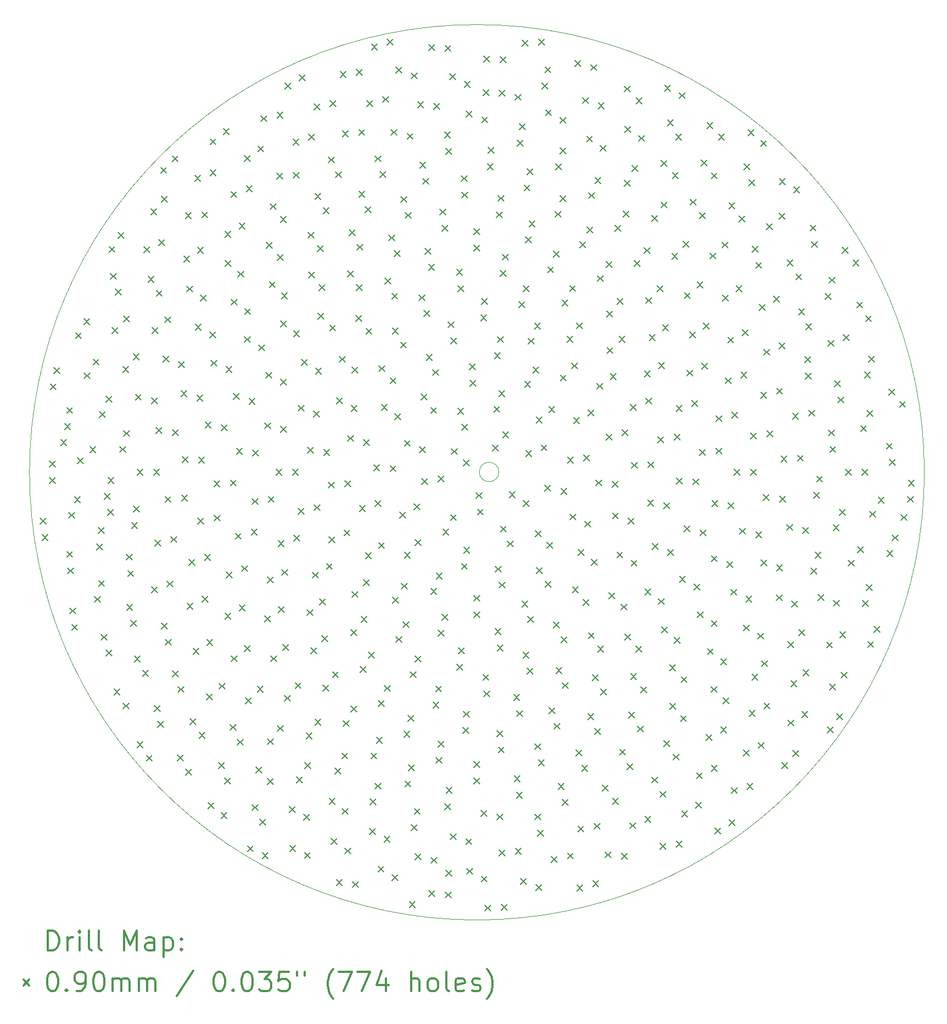
<source format=gbr>
%FSLAX45Y45*%
G04 Gerber Fmt 4.5, Leading zero omitted, Abs format (unit mm)*
G04 Created by KiCad (PCBNEW 5.1.9+dfsg1-1+deb11u1) date 2024-07-30 12:36:22*
%MOMM*%
%LPD*%
G01*
G04 APERTURE LIST*
%TA.AperFunction,Profile*%
%ADD10C,0.050000*%
%TD*%
%ADD11C,0.200000*%
%ADD12C,0.300000*%
G04 APERTURE END LIST*
D10*
X16900000Y-10000000D02*
G75*
G03*
X16900000Y-10000000I-6900000J0D01*
G01*
X10337000Y-9995132D02*
G75*
G03*
X10337000Y-9995132I-150000J0D01*
G01*
D11*
X3261894Y-10707996D02*
X3351894Y-10797996D01*
X3351894Y-10707996D02*
X3261894Y-10797996D01*
X3295047Y-10959823D02*
X3385047Y-11049823D01*
X3385047Y-10959823D02*
X3295047Y-11049823D01*
X3409085Y-9827934D02*
X3499085Y-9917934D01*
X3499085Y-9827934D02*
X3409085Y-9917934D01*
X3409085Y-10081934D02*
X3499085Y-10171934D01*
X3499085Y-10081934D02*
X3409085Y-10171934D01*
X3422411Y-8636772D02*
X3512411Y-8726772D01*
X3512411Y-8636772D02*
X3422411Y-8726772D01*
X3477387Y-8388793D02*
X3567387Y-8478793D01*
X3567387Y-8388793D02*
X3477387Y-8478793D01*
X3581000Y-9497000D02*
X3671000Y-9587000D01*
X3671000Y-9497000D02*
X3581000Y-9587000D01*
X3640651Y-9251735D02*
X3730651Y-9341735D01*
X3730651Y-9251735D02*
X3640651Y-9341735D01*
X3673804Y-8999908D02*
X3763804Y-9089908D01*
X3763804Y-8999908D02*
X3673804Y-9089908D01*
X3675146Y-11219039D02*
X3765146Y-11309039D01*
X3765146Y-11219039D02*
X3675146Y-11309039D01*
X3686225Y-11472797D02*
X3776225Y-11562797D01*
X3776225Y-11472797D02*
X3686225Y-11562797D01*
X3706125Y-10617190D02*
X3796125Y-10707190D01*
X3796125Y-10617190D02*
X3706125Y-10707190D01*
X3720381Y-12092457D02*
X3810381Y-12182457D01*
X3810381Y-12092457D02*
X3720381Y-12182457D01*
X3751336Y-12344563D02*
X3841336Y-12434563D01*
X3841336Y-12344563D02*
X3751336Y-12434563D01*
X3792998Y-10378508D02*
X3882998Y-10468508D01*
X3882998Y-10378508D02*
X3792998Y-10468508D01*
X3809104Y-7851106D02*
X3899104Y-7941106D01*
X3899104Y-7851106D02*
X3809104Y-7941106D01*
X3841937Y-9777935D02*
X3931937Y-9867935D01*
X3931937Y-9777935D02*
X3841937Y-9867935D01*
X3936104Y-7631136D02*
X4026104Y-7721136D01*
X4026104Y-7631136D02*
X3936104Y-7721136D01*
X3943246Y-8469144D02*
X4033246Y-8559144D01*
X4033246Y-8469144D02*
X3943246Y-8559144D01*
X4029205Y-9606335D02*
X4119205Y-9696335D01*
X4119205Y-9606335D02*
X4029205Y-9696335D01*
X4081584Y-8256121D02*
X4171584Y-8346121D01*
X4171584Y-8256121D02*
X4081584Y-8346121D01*
X4102009Y-11913314D02*
X4192009Y-12003314D01*
X4192009Y-11913314D02*
X4102009Y-12003314D01*
X4138124Y-11105188D02*
X4228124Y-11195188D01*
X4228124Y-11105188D02*
X4138124Y-11195188D01*
X4160262Y-10852155D02*
X4250262Y-10942155D01*
X4250262Y-10852155D02*
X4160262Y-10942155D01*
X4165606Y-11667404D02*
X4255606Y-11757404D01*
X4255606Y-11667404D02*
X4165606Y-11757404D01*
X4179670Y-9062261D02*
X4269670Y-9152261D01*
X4269670Y-9062261D02*
X4179670Y-9152261D01*
X4203478Y-12498148D02*
X4293478Y-12588148D01*
X4293478Y-12498148D02*
X4203478Y-12588148D01*
X4253499Y-10326679D02*
X4343499Y-10416679D01*
X4343499Y-10326679D02*
X4253499Y-10416679D01*
X4277741Y-12741050D02*
X4367741Y-12831050D01*
X4367741Y-12741050D02*
X4277741Y-12831050D01*
X4278916Y-8828453D02*
X4368916Y-8918453D01*
X4368916Y-8828453D02*
X4278916Y-8918453D01*
X4306000Y-10574000D02*
X4396000Y-10664000D01*
X4396000Y-10574000D02*
X4306000Y-10664000D01*
X4308475Y-10078700D02*
X4398475Y-10168700D01*
X4398475Y-10078700D02*
X4308475Y-10168700D01*
X4327824Y-6520596D02*
X4417824Y-6610596D01*
X4417824Y-6520596D02*
X4327824Y-6610596D01*
X4349314Y-6935557D02*
X4439314Y-7025557D01*
X4439314Y-6935557D02*
X4349314Y-7025557D01*
X4371397Y-7768679D02*
X4461397Y-7858679D01*
X4461397Y-7768679D02*
X4371397Y-7858679D01*
X4404433Y-13340443D02*
X4494433Y-13430443D01*
X4494433Y-13340443D02*
X4404433Y-13430443D01*
X4425693Y-7177802D02*
X4515693Y-7267802D01*
X4515693Y-7177802D02*
X4425693Y-7267802D01*
X4464298Y-6306375D02*
X4554298Y-6396375D01*
X4554298Y-6306375D02*
X4464298Y-6396375D01*
X4492263Y-9603279D02*
X4582263Y-9693279D01*
X4582263Y-9603279D02*
X4492263Y-9693279D01*
X4539945Y-8371915D02*
X4629945Y-8461915D01*
X4629945Y-8371915D02*
X4539945Y-8461915D01*
X4540907Y-13554664D02*
X4630907Y-13644664D01*
X4630907Y-13554664D02*
X4540907Y-13644664D01*
X4549401Y-9355789D02*
X4639401Y-9445789D01*
X4639401Y-9355789D02*
X4549401Y-9445789D01*
X4552563Y-7590648D02*
X4642563Y-7680648D01*
X4642563Y-7590648D02*
X4552563Y-7680648D01*
X4591223Y-11262696D02*
X4681223Y-11352696D01*
X4681223Y-11262696D02*
X4591223Y-11352696D01*
X4599203Y-12037269D02*
X4689203Y-12127269D01*
X4689203Y-12037269D02*
X4599203Y-12127269D01*
X4613361Y-11515729D02*
X4703361Y-11605729D01*
X4703361Y-11515729D02*
X4613361Y-11605729D01*
X4662800Y-12283179D02*
X4752800Y-12373179D01*
X4752800Y-12283179D02*
X4662800Y-12373179D01*
X4672649Y-10774130D02*
X4762649Y-10864130D01*
X4762649Y-10774130D02*
X4672649Y-10864130D01*
X4698064Y-8173133D02*
X4788064Y-8263133D01*
X4788064Y-8173133D02*
X4698064Y-8263133D01*
X4705803Y-10522303D02*
X4795803Y-10612303D01*
X4795803Y-10522303D02*
X4705803Y-10612303D01*
X4716475Y-12832759D02*
X4806475Y-12922759D01*
X4806475Y-12832759D02*
X4716475Y-12922759D01*
X4733974Y-8797491D02*
X4823974Y-8887491D01*
X4823974Y-8797491D02*
X4733974Y-8887491D01*
X4757428Y-14151033D02*
X4847428Y-14241033D01*
X4847428Y-14151033D02*
X4757428Y-14241033D01*
X4757556Y-9954969D02*
X4847556Y-10044969D01*
X4847556Y-9954969D02*
X4757556Y-10044969D01*
X4843475Y-13052729D02*
X4933475Y-13142729D01*
X4933475Y-13052729D02*
X4843475Y-13142729D01*
X4865066Y-6526525D02*
X4955066Y-6616525D01*
X4955066Y-6526525D02*
X4865066Y-6616525D01*
X4903116Y-14359098D02*
X4993116Y-14449098D01*
X4993116Y-14359098D02*
X4903116Y-14449098D01*
X4927837Y-6979191D02*
X5017837Y-7069191D01*
X5017837Y-6979191D02*
X4927837Y-7069191D01*
X4971643Y-5939173D02*
X5061643Y-6029173D01*
X5061643Y-5939173D02*
X4971643Y-6029173D01*
X4981953Y-8852469D02*
X5071953Y-8942469D01*
X5071953Y-8852469D02*
X4981953Y-8942469D01*
X4983557Y-11764422D02*
X5073557Y-11854422D01*
X5073557Y-11764422D02*
X4983557Y-11854422D01*
X4993628Y-7768434D02*
X5083628Y-7858434D01*
X5083628Y-7768434D02*
X4993628Y-7858434D01*
X5011556Y-9954970D02*
X5101556Y-10044970D01*
X5101556Y-9954970D02*
X5011556Y-10044970D01*
X5025784Y-13593371D02*
X5115784Y-13683371D01*
X5115784Y-13593371D02*
X5025784Y-13683371D01*
X5032028Y-11046367D02*
X5122028Y-11136367D01*
X5122028Y-11046367D02*
X5032028Y-11136367D01*
X5052643Y-9309565D02*
X5142643Y-9399565D01*
X5142643Y-9309565D02*
X5052643Y-9399565D01*
X5054837Y-7199162D02*
X5144837Y-7289162D01*
X5144837Y-7199162D02*
X5054837Y-7289162D01*
X5076424Y-13842272D02*
X5166424Y-13932272D01*
X5166424Y-13842272D02*
X5076424Y-13932272D01*
X5093359Y-6415179D02*
X5183359Y-6505179D01*
X5183359Y-6415179D02*
X5093359Y-6505179D01*
X5122282Y-5301787D02*
X5212282Y-5391787D01*
X5212282Y-5301787D02*
X5122282Y-5391787D01*
X5134911Y-5744598D02*
X5224911Y-5834598D01*
X5224911Y-5744598D02*
X5134911Y-5834598D01*
X5137544Y-12324468D02*
X5227544Y-12414468D01*
X5227544Y-12324468D02*
X5137544Y-12414468D01*
X5160078Y-8209759D02*
X5250078Y-8299759D01*
X5250078Y-8209759D02*
X5160078Y-8299759D01*
X5188203Y-7605166D02*
X5278203Y-7695166D01*
X5278203Y-7605166D02*
X5188203Y-7695166D01*
X5191888Y-10371694D02*
X5281888Y-10461694D01*
X5281888Y-10371694D02*
X5191888Y-10461694D01*
X5192520Y-12572447D02*
X5282520Y-12662447D01*
X5282520Y-12572447D02*
X5192520Y-12662447D01*
X5222239Y-11677550D02*
X5312239Y-11767550D01*
X5312239Y-11677550D02*
X5222239Y-11767550D01*
X5280007Y-10991393D02*
X5370007Y-11081393D01*
X5370007Y-10991393D02*
X5280007Y-11081393D01*
X5301887Y-5122182D02*
X5391887Y-5212182D01*
X5391887Y-5122182D02*
X5301887Y-5212182D01*
X5302351Y-13063013D02*
X5392351Y-13153013D01*
X5392351Y-13063013D02*
X5302351Y-13153013D01*
X5304470Y-9342720D02*
X5394470Y-9432720D01*
X5394470Y-9342720D02*
X5304470Y-9432720D01*
X5379997Y-14356432D02*
X5469997Y-14446432D01*
X5469997Y-14356432D02*
X5379997Y-14446432D01*
X5389225Y-13301695D02*
X5479225Y-13391695D01*
X5479225Y-13301695D02*
X5389225Y-13391695D01*
X5398759Y-8296634D02*
X5488759Y-8386634D01*
X5488759Y-8296634D02*
X5398759Y-8386634D01*
X5436538Y-8744258D02*
X5526538Y-8834258D01*
X5526538Y-8744258D02*
X5436538Y-8834258D01*
X5444921Y-10349558D02*
X5534921Y-10439558D01*
X5534921Y-10349558D02*
X5444921Y-10439558D01*
X5454729Y-9758494D02*
X5544729Y-9848494D01*
X5544729Y-9758494D02*
X5454729Y-9848494D01*
X5477165Y-6669412D02*
X5567165Y-6759412D01*
X5567165Y-6669412D02*
X5477165Y-6759412D01*
X5504021Y-5998168D02*
X5594021Y-6088168D01*
X5594021Y-5998168D02*
X5504021Y-6088168D01*
X5506997Y-14576402D02*
X5596996Y-14666402D01*
X5596996Y-14576402D02*
X5506997Y-14666402D01*
X5522326Y-7131037D02*
X5612326Y-7221037D01*
X5612326Y-7131037D02*
X5522326Y-7221037D01*
X5529944Y-12018409D02*
X5619944Y-12108409D01*
X5619944Y-12018409D02*
X5529944Y-12108409D01*
X5556451Y-11341834D02*
X5646451Y-11431834D01*
X5646451Y-11341834D02*
X5556451Y-11431834D01*
X5577588Y-13796457D02*
X5667588Y-13886457D01*
X5667588Y-13796457D02*
X5577588Y-13886457D01*
X5621289Y-12715842D02*
X5711289Y-12805842D01*
X5711289Y-12715842D02*
X5621289Y-12805842D01*
X5646390Y-5425935D02*
X5736390Y-5515935D01*
X5736390Y-5425935D02*
X5646390Y-5515935D01*
X5657618Y-7717896D02*
X5747618Y-7807896D01*
X5747618Y-7717896D02*
X5657618Y-7807896D01*
X5681882Y-8809999D02*
X5771882Y-8899999D01*
X5771882Y-8809999D02*
X5681882Y-8899999D01*
X5691386Y-6532938D02*
X5781386Y-6622938D01*
X5781386Y-6532938D02*
X5691386Y-6622938D01*
X5696584Y-10705856D02*
X5786584Y-10795856D01*
X5786584Y-10705856D02*
X5696584Y-10795856D01*
X5708487Y-9769574D02*
X5798487Y-9859574D01*
X5798487Y-9769574D02*
X5708487Y-9859574D01*
X5714062Y-14010678D02*
X5804062Y-14100678D01*
X5804062Y-14010678D02*
X5714062Y-14100678D01*
X5736547Y-7267512D02*
X5826547Y-7357512D01*
X5826547Y-7267512D02*
X5736547Y-7357512D01*
X5757779Y-5987089D02*
X5847779Y-6077089D01*
X5847779Y-5987089D02*
X5757779Y-6077089D01*
X5760147Y-11911065D02*
X5850147Y-12001065D01*
X5850147Y-11911065D02*
X5760147Y-12001065D01*
X5798695Y-11265456D02*
X5888695Y-11355456D01*
X5888695Y-11265456D02*
X5798695Y-11355456D01*
X5809853Y-9224082D02*
X5899853Y-9314082D01*
X5899853Y-9224082D02*
X5809853Y-9314082D01*
X5832216Y-13414381D02*
X5922216Y-13504381D01*
X5922216Y-13414381D02*
X5832216Y-13504381D01*
X5835511Y-12579370D02*
X5925511Y-12669370D01*
X5925511Y-12579370D02*
X5835511Y-12669370D01*
X5852721Y-15092464D02*
X5942721Y-15182464D01*
X5942721Y-15092464D02*
X5852721Y-15182464D01*
X5882918Y-7835181D02*
X5972918Y-7925181D01*
X5972918Y-7835181D02*
X5882918Y-7925181D01*
X5885821Y-5341148D02*
X5975821Y-5431148D01*
X5975821Y-5341148D02*
X5885821Y-5431148D01*
X5886034Y-4860734D02*
X5976034Y-4950734D01*
X5976034Y-4860734D02*
X5886034Y-4950734D01*
X5895098Y-8273313D02*
X5985098Y-8363313D01*
X5985098Y-8273313D02*
X5895098Y-8363313D01*
X5943868Y-10130116D02*
X6033868Y-10220116D01*
X6033868Y-10130116D02*
X5943868Y-10220116D01*
X5946725Y-10661750D02*
X6036725Y-10751750D01*
X6036725Y-10661750D02*
X5946725Y-10751750D01*
X6017545Y-14474591D02*
X6107545Y-14564591D01*
X6107545Y-14474591D02*
X6017545Y-14564591D01*
X6026792Y-13251114D02*
X6116792Y-13341114D01*
X6116792Y-13251114D02*
X6026792Y-13341114D01*
X6054233Y-15247089D02*
X6144233Y-15337089D01*
X6144233Y-15247089D02*
X6054233Y-15337089D01*
X6059994Y-9268190D02*
X6149994Y-9358190D01*
X6149994Y-9268190D02*
X6059994Y-9358190D01*
X6087545Y-4706108D02*
X6177545Y-4796108D01*
X6177545Y-4706108D02*
X6087545Y-4796108D01*
X6108570Y-14711720D02*
X6198570Y-14801720D01*
X6198570Y-14711720D02*
X6108570Y-14801720D01*
X6113259Y-12173008D02*
X6203259Y-12263008D01*
X6203259Y-12173008D02*
X6113259Y-12263008D01*
X6113294Y-6286730D02*
X6203294Y-6376730D01*
X6203294Y-6286730D02*
X6113294Y-6376730D01*
X6120171Y-6737160D02*
X6210171Y-6827160D01*
X6210171Y-6737160D02*
X6120171Y-6827160D01*
X6129763Y-8370516D02*
X6219763Y-8460516D01*
X6219763Y-8370516D02*
X6129763Y-8460516D01*
X6134255Y-11537587D02*
X6224255Y-11627587D01*
X6224255Y-11537587D02*
X6134255Y-11627587D01*
X6192954Y-13886200D02*
X6282954Y-13976200D01*
X6282954Y-13886200D02*
X6192954Y-13976200D01*
X6197626Y-10119037D02*
X6287626Y-10209037D01*
X6287626Y-10119037D02*
X6197626Y-10209037D01*
X6206072Y-5673948D02*
X6296072Y-5763948D01*
X6296072Y-5673948D02*
X6206072Y-5763948D01*
X6209837Y-7332583D02*
X6299837Y-7422583D01*
X6299837Y-7332583D02*
X6209837Y-7422583D01*
X6212796Y-12826464D02*
X6302796Y-12916464D01*
X6302796Y-12826464D02*
X6212796Y-12916464D01*
X6244563Y-8785090D02*
X6334563Y-8875090D01*
X6334563Y-8785090D02*
X6244563Y-8875090D01*
X6274248Y-10941242D02*
X6364248Y-11031242D01*
X6364248Y-10941242D02*
X6274248Y-11031242D01*
X6290008Y-9634344D02*
X6380008Y-9724344D01*
X6380008Y-9634344D02*
X6290008Y-9724344D01*
X6302304Y-14115456D02*
X6392304Y-14205456D01*
X6392304Y-14115456D02*
X6302304Y-14205456D01*
X6314746Y-6900429D02*
X6404746Y-6990429D01*
X6404746Y-6900429D02*
X6314746Y-6990429D01*
X6333230Y-12046009D02*
X6423230Y-12136009D01*
X6423230Y-12046009D02*
X6333230Y-12136009D01*
X6333264Y-6159730D02*
X6423264Y-6249730D01*
X6423264Y-6159730D02*
X6333264Y-6249730D01*
X6368921Y-11440387D02*
X6458921Y-11530387D01*
X6458921Y-11440387D02*
X6368921Y-11530387D01*
X6412154Y-5116621D02*
X6502154Y-5206621D01*
X6502154Y-5116621D02*
X6412154Y-5206621D01*
X6412316Y-7909613D02*
X6502316Y-7999613D01*
X6502316Y-7909613D02*
X6412316Y-7999613D01*
X6414309Y-12671840D02*
X6504309Y-12761840D01*
X6504309Y-12671840D02*
X6414309Y-12761840D01*
X6417901Y-7478272D02*
X6507901Y-7568272D01*
X6507901Y-7478272D02*
X6417901Y-7568272D01*
X6432471Y-13477490D02*
X6522471Y-13567490D01*
X6522471Y-13477490D02*
X6432471Y-13567490D01*
X6443201Y-5582923D02*
X6533201Y-5672923D01*
X6533201Y-5582923D02*
X6443201Y-5672923D01*
X6459540Y-15756135D02*
X6549540Y-15846135D01*
X6549540Y-15756135D02*
X6459540Y-15846135D01*
X6486806Y-8861470D02*
X6576806Y-8951470D01*
X6576806Y-8861470D02*
X6486806Y-8951470D01*
X6519593Y-10875503D02*
X6609593Y-10965503D01*
X6609593Y-10875503D02*
X6519593Y-10965503D01*
X6530489Y-10405836D02*
X6620489Y-10495836D01*
X6620489Y-10405836D02*
X6530489Y-10495836D01*
X6532075Y-15121078D02*
X6622075Y-15211078D01*
X6622075Y-15121078D02*
X6532075Y-15211078D01*
X6543042Y-9656482D02*
X6633042Y-9746482D01*
X6633042Y-9656482D02*
X6543042Y-9746482D01*
X6589601Y-14543158D02*
X6679601Y-14633158D01*
X6679601Y-14543158D02*
X6589601Y-14633158D01*
X6612077Y-13297886D02*
X6702077Y-13387886D01*
X6702077Y-13297886D02*
X6612077Y-13387886D01*
X6620219Y-4970933D02*
X6710219Y-5060933D01*
X6710219Y-4970933D02*
X6620219Y-5060933D01*
X6632286Y-8036614D02*
X6722286Y-8126614D01*
X6722286Y-8036614D02*
X6632286Y-8126614D01*
X6653273Y-15344298D02*
X6743273Y-15434298D01*
X6743273Y-15344298D02*
X6653273Y-15434298D01*
X6668849Y-4504670D02*
X6758849Y-4594670D01*
X6758849Y-4504670D02*
X6668849Y-4594670D01*
X6689742Y-15863480D02*
X6779742Y-15953480D01*
X6779742Y-15863480D02*
X6689742Y-15953480D01*
X6725666Y-9239066D02*
X6815666Y-9329066D01*
X6815666Y-9239066D02*
X6725666Y-9329066D01*
X6729459Y-12213532D02*
X6819459Y-12303532D01*
X6819459Y-12213532D02*
X6729459Y-12303532D01*
X6744567Y-8457940D02*
X6834567Y-8547940D01*
X6834567Y-8457940D02*
X6744567Y-8547940D01*
X6750838Y-6458236D02*
X6840838Y-6548236D01*
X6840838Y-6458236D02*
X6750838Y-6548236D01*
X6766895Y-11614611D02*
X6856895Y-11704611D01*
X6856895Y-11614611D02*
X6766895Y-11704611D01*
X6769206Y-14722763D02*
X6859206Y-14812763D01*
X6859206Y-14722763D02*
X6769206Y-14812763D01*
X6769610Y-14106229D02*
X6859610Y-14196229D01*
X6859610Y-14106229D02*
X6769610Y-14196229D01*
X6782316Y-10372683D02*
X6872316Y-10462683D01*
X6872316Y-10372683D02*
X6782316Y-10462683D01*
X6798469Y-7062549D02*
X6888469Y-7152549D01*
X6888469Y-7062549D02*
X6798469Y-7152549D01*
X6812531Y-5859605D02*
X6902531Y-5949605D01*
X6902531Y-5859605D02*
X6812531Y-5949605D01*
X6819643Y-12828002D02*
X6909643Y-12918002D01*
X6909643Y-12828002D02*
X6819643Y-12918002D01*
X6900578Y-9954994D02*
X6990578Y-10044994D01*
X6990578Y-9954994D02*
X6900578Y-10044994D01*
X6914860Y-5387566D02*
X7004860Y-5477566D01*
X7004860Y-5387566D02*
X6914860Y-5477566D01*
X6917299Y-4451860D02*
X7007299Y-4541860D01*
X7007299Y-4451860D02*
X6917299Y-4541860D01*
X6922437Y-6645505D02*
X7012437Y-6735505D01*
X7012437Y-6645505D02*
X6922437Y-6735505D01*
X6924236Y-13904718D02*
X7014236Y-13994718D01*
X7014236Y-13904718D02*
X6924236Y-13994718D01*
X6935978Y-11053827D02*
X7025978Y-11143827D01*
X7025978Y-11053827D02*
X6935978Y-11143827D01*
X6937524Y-12067844D02*
X7027524Y-12157844D01*
X7027524Y-12067844D02*
X6937524Y-12157844D01*
X6967156Y-6061117D02*
X7057156Y-6151117D01*
X7057156Y-6061117D02*
X6967156Y-6151117D01*
X6970570Y-7664952D02*
X7060570Y-7754952D01*
X7060570Y-7664952D02*
X6970570Y-7754952D01*
X6973645Y-9294042D02*
X7063645Y-9384042D01*
X7063645Y-9294042D02*
X6973645Y-9384042D01*
X6974768Y-8565285D02*
X7064768Y-8655285D01*
X7064768Y-8565285D02*
X6974768Y-8655285D01*
X6985737Y-7234150D02*
X7075737Y-7324150D01*
X7075737Y-7234150D02*
X6985737Y-7324150D01*
X6992196Y-11497328D02*
X7082196Y-11587328D01*
X7082196Y-11497328D02*
X6992196Y-11587328D01*
X7006912Y-12656403D02*
X7096912Y-12746403D01*
X7096912Y-12656403D02*
X7006912Y-12746403D01*
X7033414Y-13436778D02*
X7123414Y-13526778D01*
X7123414Y-13436778D02*
X7033414Y-13526778D01*
X7040494Y-4004024D02*
X7130494Y-4094024D01*
X7130494Y-4004024D02*
X7040494Y-4094024D01*
X7107223Y-15150423D02*
X7197223Y-15240423D01*
X7197223Y-15150423D02*
X7107223Y-15240423D01*
X7112112Y-15750937D02*
X7202112Y-15840937D01*
X7202112Y-15750937D02*
X7112112Y-15840937D01*
X7154578Y-9954994D02*
X7244578Y-10044994D01*
X7244578Y-9954994D02*
X7154578Y-10044994D01*
X7163509Y-4863360D02*
X7253509Y-4953360D01*
X7253509Y-4863360D02*
X7163509Y-4953360D01*
X7168618Y-5376487D02*
X7258618Y-5466487D01*
X7258618Y-5376487D02*
X7168618Y-5466487D01*
X7172081Y-7819578D02*
X7262081Y-7909578D01*
X7262081Y-7819578D02*
X7172081Y-7909578D01*
X7174660Y-10966954D02*
X7264660Y-11056954D01*
X7264660Y-10966954D02*
X7174660Y-11056954D01*
X7196683Y-13242203D02*
X7286683Y-13332203D01*
X7286683Y-13242203D02*
X7196683Y-13332203D01*
X7219110Y-14693628D02*
X7309110Y-14783628D01*
X7309110Y-14693628D02*
X7219110Y-14783628D01*
X7242109Y-8967583D02*
X7332109Y-9057583D01*
X7332109Y-8967583D02*
X7242109Y-9057583D01*
X7243830Y-10556047D02*
X7333830Y-10646047D01*
X7333830Y-10556047D02*
X7243830Y-10646047D01*
X7260465Y-3877024D02*
X7350465Y-3967024D01*
X7350465Y-3877024D02*
X7260465Y-3967024D01*
X7294641Y-8260156D02*
X7384641Y-8350156D01*
X7384641Y-8260156D02*
X7294641Y-8350156D01*
X7330443Y-15271621D02*
X7420443Y-15361621D01*
X7420443Y-15271621D02*
X7330443Y-15361621D01*
X7342314Y-15858282D02*
X7432314Y-15948282D01*
X7432314Y-15858282D02*
X7342314Y-15948282D01*
X7346111Y-14473658D02*
X7436111Y-14563658D01*
X7436111Y-14473658D02*
X7346111Y-14563658D01*
X7365460Y-14019718D02*
X7455460Y-14109718D01*
X7455460Y-14019718D02*
X7365460Y-14109718D01*
X7378491Y-12116937D02*
X7468491Y-12206937D01*
X7468491Y-12116937D02*
X7378491Y-12206937D01*
X7386372Y-9616830D02*
X7476372Y-9706830D01*
X7476372Y-9616830D02*
X7386372Y-9706830D01*
X7394810Y-6298636D02*
X7484810Y-6388636D01*
X7484810Y-6298636D02*
X7394810Y-6388636D01*
X7403942Y-6914747D02*
X7493942Y-7004747D01*
X7493942Y-6914747D02*
X7403942Y-7004747D01*
X7405753Y-4786981D02*
X7495753Y-4876981D01*
X7495753Y-4786981D02*
X7405753Y-4876981D01*
X7435779Y-12704230D02*
X7525779Y-12794230D01*
X7525779Y-12704230D02*
X7435779Y-12794230D01*
X7466194Y-11540538D02*
X7556194Y-11630538D01*
X7556194Y-11540538D02*
X7466194Y-11630538D01*
X7480791Y-9054457D02*
X7570791Y-9144457D01*
X7570791Y-9054457D02*
X7480791Y-9144457D01*
X7487374Y-4323253D02*
X7577374Y-4413253D01*
X7577374Y-4323253D02*
X7487374Y-4413253D01*
X7491809Y-10501072D02*
X7581809Y-10591072D01*
X7581809Y-10501072D02*
X7491809Y-10591072D01*
X7501293Y-5705002D02*
X7591293Y-5795002D01*
X7591293Y-5705002D02*
X7501293Y-5795002D01*
X7501935Y-13805497D02*
X7591935Y-13895497D01*
X7591935Y-13805497D02*
X7501935Y-13895497D01*
X7508862Y-8396631D02*
X7598862Y-8486631D01*
X7598862Y-8396631D02*
X7508862Y-8486631D01*
X7540498Y-6506701D02*
X7630498Y-6596701D01*
X7630498Y-6506701D02*
X7540498Y-6596701D01*
X7550873Y-7550861D02*
X7640873Y-7640861D01*
X7640873Y-7550861D02*
X7550873Y-7640861D01*
X7567210Y-7109322D02*
X7657210Y-7199322D01*
X7657210Y-7109322D02*
X7567210Y-7199322D01*
X7573066Y-11953669D02*
X7663066Y-12043669D01*
X7663066Y-11953669D02*
X7573066Y-12043669D01*
X7607380Y-12516962D02*
X7697380Y-12606962D01*
X7697380Y-12516962D02*
X7607380Y-12606962D01*
X7625920Y-13281245D02*
X7715920Y-13371245D01*
X7715920Y-13281245D02*
X7625920Y-13371245D01*
X7628291Y-5924973D02*
X7718291Y-6014973D01*
X7718291Y-5924973D02*
X7628291Y-6014973D01*
X7638199Y-9649984D02*
X7728199Y-9739984D01*
X7728199Y-9649984D02*
X7638199Y-9739984D01*
X7680415Y-11404064D02*
X7770415Y-11494064D01*
X7770415Y-11404064D02*
X7680415Y-11494064D01*
X7709454Y-5139331D02*
X7799454Y-5229331D01*
X7799454Y-5139331D02*
X7709454Y-5229331D01*
X7709853Y-10151423D02*
X7799853Y-10241423D01*
X7799853Y-10151423D02*
X7709853Y-10241423D01*
X7719224Y-10997556D02*
X7809224Y-11087556D01*
X7809224Y-10997556D02*
X7719224Y-11087556D01*
X7721265Y-15027049D02*
X7811265Y-15117049D01*
X7811265Y-15027049D02*
X7721265Y-15117049D01*
X7730478Y-7730467D02*
X7820478Y-7820467D01*
X7820478Y-7730467D02*
X7730478Y-7820467D01*
X7736275Y-4272614D02*
X7826275Y-4362614D01*
X7826275Y-4272614D02*
X7736275Y-4362614D01*
X7753357Y-15645135D02*
X7843357Y-15735135D01*
X7843357Y-15645135D02*
X7753357Y-15735135D01*
X7771610Y-13073181D02*
X7861610Y-13163181D01*
X7861610Y-13073181D02*
X7771610Y-13163181D01*
X7808630Y-14557836D02*
X7898630Y-14647836D01*
X7898630Y-14557836D02*
X7808630Y-14647836D01*
X7816797Y-5369534D02*
X7906797Y-5459534D01*
X7906797Y-5369534D02*
X7816797Y-5459534D01*
X7830780Y-16276013D02*
X7920780Y-16366013D01*
X7920780Y-16276013D02*
X7830780Y-16366013D01*
X7835652Y-8851734D02*
X7925652Y-8941734D01*
X7925652Y-8851734D02*
X7835652Y-8941734D01*
X7879985Y-8213850D02*
X7969985Y-8303850D01*
X7969985Y-8213850D02*
X7879985Y-8303850D01*
X7891058Y-3824726D02*
X7981058Y-3914726D01*
X7981058Y-3824726D02*
X7891058Y-3914726D01*
X7915976Y-14327635D02*
X8005976Y-14417635D01*
X8005976Y-14327635D02*
X7915976Y-14417635D01*
X7922776Y-15181674D02*
X8012776Y-15271674D01*
X8012776Y-15181674D02*
X7922776Y-15271674D01*
X7925878Y-4738585D02*
X8015878Y-4828585D01*
X8015878Y-4738585D02*
X7925878Y-4828585D01*
X7938790Y-13828063D02*
X8028790Y-13918063D01*
X8028790Y-13828063D02*
X7938790Y-13918063D01*
X7949427Y-10890211D02*
X8039427Y-10980211D01*
X8039427Y-10890211D02*
X7949427Y-10980211D01*
X7961422Y-15790823D02*
X8051422Y-15880823D01*
X8051422Y-15790823D02*
X7961422Y-15880823D01*
X7962886Y-10129285D02*
X8052886Y-10219285D01*
X8052886Y-10129285D02*
X7962886Y-10219285D01*
X8005488Y-6894860D02*
X8095488Y-6984860D01*
X8095488Y-6894860D02*
X8005488Y-6984860D01*
X8007073Y-9433053D02*
X8097073Y-9523053D01*
X8097073Y-9433053D02*
X8007073Y-9523053D01*
X8031775Y-6260485D02*
X8121775Y-6350485D01*
X8121775Y-6260485D02*
X8031775Y-6350485D01*
X8056075Y-13602763D02*
X8146075Y-13692763D01*
X8146075Y-13602763D02*
X8056075Y-13692763D01*
X8058832Y-12426123D02*
X8148832Y-12516123D01*
X8148832Y-12426123D02*
X8058832Y-12516123D01*
X8060952Y-8969018D02*
X8150952Y-9059018D01*
X8150952Y-8969018D02*
X8060952Y-9059018D01*
X8072522Y-11837472D02*
X8162522Y-11927472D01*
X8162522Y-11837472D02*
X8072522Y-11927472D01*
X8074560Y-8377118D02*
X8164560Y-8467118D01*
X8164560Y-8377118D02*
X8074560Y-8467118D01*
X8082607Y-16309167D02*
X8172607Y-16399167D01*
X8172607Y-16309167D02*
X8082607Y-16399167D01*
X8133112Y-7580660D02*
X8223112Y-7670660D01*
X8223112Y-7580660D02*
X8133112Y-7670660D01*
X8141962Y-7109082D02*
X8231962Y-7199082D01*
X8231962Y-7109082D02*
X8141962Y-7199082D01*
X8142885Y-3791573D02*
X8232885Y-3881573D01*
X8232885Y-3791573D02*
X8142885Y-3881573D01*
X8149058Y-6485786D02*
X8239058Y-6575786D01*
X8239058Y-6485786D02*
X8149058Y-6575786D01*
X8178911Y-4716447D02*
X8268911Y-4806447D01*
X8268911Y-4716447D02*
X8178911Y-4806447D01*
X8179959Y-5669613D02*
X8269959Y-5759613D01*
X8269959Y-5669613D02*
X8179959Y-5759613D01*
X8188716Y-10511906D02*
X8278716Y-10601906D01*
X8278716Y-10511906D02*
X8188716Y-10601906D01*
X8201344Y-12992403D02*
X8291344Y-13082403D01*
X8291344Y-12992403D02*
X8201344Y-13082403D01*
X8213458Y-12224612D02*
X8303458Y-12314612D01*
X8303458Y-12224612D02*
X8213458Y-12314612D01*
X8252127Y-11657867D02*
X8342127Y-11747867D01*
X8342127Y-11657867D02*
X8252127Y-11747867D01*
X8252418Y-9498793D02*
X8342418Y-9588793D01*
X8342418Y-9498793D02*
X8252418Y-9588793D01*
X8277159Y-5904279D02*
X8367159Y-5994279D01*
X8367159Y-5904279D02*
X8277159Y-5994279D01*
X8281916Y-11238800D02*
X8371916Y-11328800D01*
X8371916Y-11238800D02*
X8281916Y-11328800D01*
X8287737Y-7782172D02*
X8377737Y-7872172D01*
X8377737Y-7782172D02*
X8287737Y-7872172D01*
X8301326Y-4273906D02*
X8391326Y-4363906D01*
X8391326Y-4273906D02*
X8301326Y-4363906D01*
X8328344Y-12772432D02*
X8418345Y-12862432D01*
X8418345Y-12772432D02*
X8328344Y-12862432D01*
X8343344Y-15491491D02*
X8433344Y-15581491D01*
X8433344Y-15491491D02*
X8343344Y-15581491D01*
X8353725Y-15033484D02*
X8443725Y-15123484D01*
X8443725Y-15033484D02*
X8353725Y-15123484D01*
X8364027Y-14326097D02*
X8454027Y-14416097D01*
X8454027Y-14326097D02*
X8364027Y-14416097D01*
X8372595Y-3401435D02*
X8462595Y-3491435D01*
X8462595Y-3401435D02*
X8372595Y-3491435D01*
X8407003Y-9887412D02*
X8497003Y-9977412D01*
X8497003Y-9887412D02*
X8407003Y-9977412D01*
X8430106Y-14791240D02*
X8520106Y-14881240D01*
X8520106Y-14791240D02*
X8430106Y-14881240D01*
X8430960Y-10435527D02*
X8520960Y-10525527D01*
X8520960Y-10435527D02*
X8430960Y-10525527D01*
X8431457Y-5122843D02*
X8521457Y-5212843D01*
X8521457Y-5122843D02*
X8431457Y-5212843D01*
X8450901Y-14087416D02*
X8540901Y-14177416D01*
X8540901Y-14087416D02*
X8450901Y-14177416D01*
X8475867Y-16071862D02*
X8565867Y-16161862D01*
X8565867Y-16071862D02*
X8475867Y-16161862D01*
X8478310Y-13520011D02*
X8568310Y-13610011D01*
X8568310Y-13520011D02*
X8478310Y-13610011D01*
X8483428Y-11084175D02*
X8573428Y-11174175D01*
X8573428Y-11084175D02*
X8483428Y-11174175D01*
X8490290Y-8356546D02*
X8580290Y-8446546D01*
X8580290Y-8356546D02*
X8490290Y-8446546D01*
X8507835Y-5365088D02*
X8597835Y-5455088D01*
X8597835Y-5365088D02*
X8507835Y-5455088D01*
X8525422Y-8953997D02*
X8615422Y-9043997D01*
X8615422Y-8953997D02*
X8525422Y-9043997D01*
X8546671Y-4208166D02*
X8636671Y-4298166D01*
X8636671Y-4208166D02*
X8546671Y-4298166D01*
X8567613Y-15610736D02*
X8657613Y-15700736D01*
X8657613Y-15610736D02*
X8567613Y-15700736D01*
X8575513Y-13285346D02*
X8665513Y-13375346D01*
X8665513Y-13285346D02*
X8575513Y-13375346D01*
X8581029Y-7008492D02*
X8671029Y-7098492D01*
X8671029Y-7008492D02*
X8581029Y-7098492D01*
X8614839Y-3325056D02*
X8704839Y-3415056D01*
X8704839Y-3325056D02*
X8614839Y-3415056D01*
X8640709Y-6343979D02*
X8730709Y-6433979D01*
X8730709Y-6343979D02*
X8640709Y-6433979D01*
X8660762Y-9898492D02*
X8750762Y-9988492D01*
X8750762Y-9898492D02*
X8660762Y-9988492D01*
X8661890Y-8543815D02*
X8751890Y-8633815D01*
X8751890Y-8543815D02*
X8661890Y-8633815D01*
X8677148Y-4718201D02*
X8767148Y-4808201D01*
X8767148Y-4718201D02*
X8677148Y-4808201D01*
X8688374Y-7238695D02*
X8778374Y-7328695D01*
X8778374Y-7238695D02*
X8688374Y-7328695D01*
X8692438Y-16204577D02*
X8782438Y-16294577D01*
X8782438Y-16204577D02*
X8692438Y-16294577D01*
X8696388Y-7775013D02*
X8786388Y-7865013D01*
X8786388Y-7775013D02*
X8696388Y-7865013D01*
X8699824Y-11925227D02*
X8789824Y-12015227D01*
X8789824Y-11925227D02*
X8699824Y-12015227D01*
X8727582Y-6582661D02*
X8817582Y-6672661D01*
X8817582Y-6582661D02*
X8727582Y-6672661D01*
X8733486Y-9099686D02*
X8823486Y-9189686D01*
X8823486Y-9099686D02*
X8733486Y-9189686D01*
X8750724Y-3758262D02*
X8840724Y-3848262D01*
X8840724Y-3758262D02*
X8750724Y-3848262D01*
X8753267Y-12532114D02*
X8843267Y-12622114D01*
X8843267Y-12532114D02*
X8753267Y-12622114D01*
X8810015Y-10616057D02*
X8900015Y-10706057D01*
X8900015Y-10616057D02*
X8810015Y-10706057D01*
X8823388Y-7994984D02*
X8913388Y-8084984D01*
X8913388Y-7994984D02*
X8823388Y-8084984D01*
X8828541Y-5750929D02*
X8918541Y-5840929D01*
X8918541Y-5750929D02*
X8828541Y-5840929D01*
X8836298Y-11711005D02*
X8926298Y-11801005D01*
X8926298Y-11711005D02*
X8836298Y-11801005D01*
X8860612Y-12301912D02*
X8950612Y-12391912D01*
X8950612Y-12301912D02*
X8860612Y-12391912D01*
X8873164Y-13992404D02*
X8963164Y-14082404D01*
X8963164Y-13992404D02*
X8873164Y-14082404D01*
X8881452Y-9510322D02*
X8971452Y-9600322D01*
X8971452Y-9510322D02*
X8881452Y-9600322D01*
X8881617Y-11234207D02*
X8971617Y-11324207D01*
X8971617Y-11234207D02*
X8881617Y-11324207D01*
X8890114Y-14758266D02*
X8980114Y-14848266D01*
X8980114Y-14758266D02*
X8890114Y-14848266D01*
X8894280Y-5996274D02*
X8984280Y-6086274D01*
X8984280Y-5996274D02*
X8894280Y-6086274D01*
X8924130Y-4777496D02*
X9014130Y-4867496D01*
X9014130Y-4777496D02*
X8924130Y-4867496D01*
X8938905Y-13747059D02*
X9028905Y-13837059D01*
X9028905Y-13747059D02*
X8938905Y-13837059D01*
X8945091Y-14510287D02*
X9035091Y-14600287D01*
X9035091Y-14510287D02*
X8945091Y-14600287D01*
X8959000Y-16619000D02*
X9049000Y-16709000D01*
X9049000Y-16619000D02*
X8959000Y-16709000D01*
X8971655Y-13073747D02*
X9061655Y-13163747D01*
X9061655Y-13073747D02*
X8971655Y-13163747D01*
X8989406Y-3845135D02*
X9079406Y-3935135D01*
X9079406Y-3845135D02*
X8989406Y-3935135D01*
X8989467Y-15430589D02*
X9079467Y-15520589D01*
X9079467Y-15430589D02*
X8989467Y-15520589D01*
X9029985Y-10489057D02*
X9119985Y-10579057D01*
X9119985Y-10489057D02*
X9029985Y-10579057D01*
X9033575Y-15180448D02*
X9123575Y-15270448D01*
X9123575Y-15180448D02*
X9033575Y-15270448D01*
X9044885Y-11039632D02*
X9134885Y-11129632D01*
X9134885Y-11039632D02*
X9044885Y-11129632D01*
X9047101Y-15881508D02*
X9137101Y-15971508D01*
X9137101Y-15881508D02*
X9047101Y-15971508D01*
X9048035Y-12831503D02*
X9138035Y-12921503D01*
X9138035Y-12831503D02*
X9048035Y-12921503D01*
X9084585Y-4291254D02*
X9174585Y-4381254D01*
X9174585Y-4291254D02*
X9084585Y-4381254D01*
X9106552Y-7264052D02*
X9196552Y-7354052D01*
X9196552Y-7264052D02*
X9106552Y-7354052D01*
X9116118Y-9607523D02*
X9206118Y-9697523D01*
X9206118Y-9607523D02*
X9116118Y-9697523D01*
X9120331Y-5221214D02*
X9210331Y-5311214D01*
X9210331Y-5221214D02*
X9120331Y-5311214D01*
X9141743Y-8793547D02*
X9231743Y-8883547D01*
X9231743Y-8793547D02*
X9141743Y-8883547D01*
X9150412Y-10096871D02*
X9240412Y-10186871D01*
X9240412Y-10096871D02*
X9150412Y-10186871D01*
X9164436Y-5471356D02*
X9254436Y-5561356D01*
X9254436Y-5471356D02*
X9164436Y-5561356D01*
X9182931Y-7506296D02*
X9272931Y-7596296D01*
X9272931Y-7506296D02*
X9182931Y-7596296D01*
X9199712Y-6548072D02*
X9289712Y-6638072D01*
X9289712Y-6548072D02*
X9199712Y-6638072D01*
X9220375Y-8181453D02*
X9310375Y-8271453D01*
X9310375Y-8181453D02*
X9220375Y-8271453D01*
X9254687Y-6796052D02*
X9344687Y-6886052D01*
X9344687Y-6796052D02*
X9254687Y-6886052D01*
X9256144Y-3409253D02*
X9346144Y-3499253D01*
X9346144Y-3409253D02*
X9256144Y-3499253D01*
X9259491Y-16446792D02*
X9349491Y-16536792D01*
X9349491Y-16446792D02*
X9259491Y-16536792D01*
X9287181Y-11789814D02*
X9377181Y-11879814D01*
X9377181Y-11789814D02*
X9287181Y-11879814D01*
X9287431Y-9001612D02*
X9377431Y-9091612D01*
X9377431Y-9001612D02*
X9287431Y-9091612D01*
X9295080Y-15936483D02*
X9385080Y-16026483D01*
X9385080Y-15936483D02*
X9295080Y-16026483D01*
X9317576Y-8416119D02*
X9407576Y-8506119D01*
X9407576Y-8416119D02*
X9317576Y-8506119D01*
X9321986Y-13544941D02*
X9411986Y-13634941D01*
X9411986Y-13544941D02*
X9321986Y-13634941D01*
X9337415Y-4315598D02*
X9427415Y-4405598D01*
X9427415Y-4315598D02*
X9337415Y-4405598D01*
X9366093Y-13294800D02*
X9456093Y-13384800D01*
X9456093Y-13294800D02*
X9366093Y-13384800D01*
X9370577Y-14393978D02*
X9460577Y-14483978D01*
X9460577Y-14393978D02*
X9370577Y-14483978D01*
X9374054Y-11551132D02*
X9464054Y-11641132D01*
X9464054Y-11551132D02*
X9374054Y-11641132D01*
X9400553Y-10052764D02*
X9490553Y-10142764D01*
X9490553Y-10052764D02*
X9400553Y-10142764D01*
X9403732Y-14142151D02*
X9493732Y-14232151D01*
X9493732Y-14142151D02*
X9403732Y-14232151D01*
X9404807Y-12436744D02*
X9494807Y-12526744D01*
X9494807Y-12436744D02*
X9404807Y-12526744D01*
X9426978Y-5944161D02*
X9516978Y-6034161D01*
X9516978Y-5944161D02*
X9426978Y-6034161D01*
X9459783Y-12188764D02*
X9549783Y-12278764D01*
X9549783Y-12188764D02*
X9459783Y-12278764D01*
X9460131Y-6195988D02*
X9550131Y-6285988D01*
X9550131Y-6195988D02*
X9460131Y-6285988D01*
X9474881Y-10877300D02*
X9564881Y-10967300D01*
X9564881Y-10877300D02*
X9474881Y-10967300D01*
X9500003Y-4754000D02*
X9590003Y-4844000D01*
X9590003Y-4754000D02*
X9500003Y-4844000D01*
X9504033Y-15109224D02*
X9594033Y-15199224D01*
X9594033Y-15109224D02*
X9504033Y-15199224D01*
X9509796Y-3422546D02*
X9599796Y-3512546D01*
X9599796Y-3422546D02*
X9509796Y-3512546D01*
X9512525Y-16468930D02*
X9602525Y-16558930D01*
X9602525Y-16468930D02*
X9512525Y-16558930D01*
X9521000Y-16136000D02*
X9611000Y-16226000D01*
X9611000Y-16136000D02*
X9521000Y-16226000D01*
X9522139Y-5007034D02*
X9612139Y-5097034D01*
X9612139Y-5007034D02*
X9522139Y-5097034D01*
X9526172Y-14856190D02*
X9616172Y-14946190D01*
X9616172Y-14856190D02*
X9526172Y-14946190D01*
X9554054Y-7681106D02*
X9644054Y-7771106D01*
X9644054Y-7681106D02*
X9554054Y-7771106D01*
X9578727Y-3857221D02*
X9668727Y-3947221D01*
X9668727Y-3857221D02*
X9578727Y-3947221D01*
X9587019Y-15569844D02*
X9677019Y-15659844D01*
X9677019Y-15569844D02*
X9587019Y-15659844D01*
X9592165Y-10651999D02*
X9682165Y-10741999D01*
X9682165Y-10651999D02*
X9592165Y-10741999D01*
X9598160Y-7931248D02*
X9688160Y-8021248D01*
X9688160Y-7931248D02*
X9598160Y-8021248D01*
X9607005Y-9636121D02*
X9697005Y-9726121D01*
X9697005Y-9636121D02*
X9607005Y-9726121D01*
X9685277Y-6871974D02*
X9775277Y-6961974D01*
X9775277Y-6871974D02*
X9685277Y-6961974D01*
X9692352Y-12957009D02*
X9782352Y-13047009D01*
X9782352Y-12957009D02*
X9692352Y-13047009D01*
X9703409Y-9016049D02*
X9793409Y-9106049D01*
X9793409Y-9016049D02*
X9703409Y-9106049D01*
X9707414Y-7125007D02*
X9797414Y-7215007D01*
X9797414Y-7125007D02*
X9707414Y-7215007D01*
X9714490Y-12703976D02*
X9804490Y-12793976D01*
X9804490Y-12703976D02*
X9714490Y-12793976D01*
X9757352Y-5427647D02*
X9847352Y-5517647D01*
X9847352Y-5427647D02*
X9757352Y-5517647D01*
X9764016Y-11405661D02*
X9854016Y-11495661D01*
X9854016Y-11405661D02*
X9764016Y-11495661D01*
X9768430Y-5681405D02*
X9858430Y-5771405D01*
X9858430Y-5681405D02*
X9768430Y-5771405D01*
X9769149Y-9261394D02*
X9859149Y-9351394D01*
X9859149Y-9261394D02*
X9769149Y-9351394D01*
X9781197Y-13935425D02*
X9871197Y-14025425D01*
X9871197Y-13935425D02*
X9781197Y-14025425D01*
X9792277Y-13681666D02*
X9882277Y-13771666D01*
X9882277Y-13681666D02*
X9792277Y-13771666D01*
X9794274Y-9807721D02*
X9884274Y-9897721D01*
X9884274Y-9807721D02*
X9794274Y-9897721D01*
X9797170Y-11153835D02*
X9887170Y-11243834D01*
X9887170Y-11153835D02*
X9797170Y-11243834D01*
X9804028Y-3974505D02*
X9894028Y-4064505D01*
X9894028Y-3974505D02*
X9804028Y-4064505D01*
X9829263Y-15646223D02*
X9919263Y-15736223D01*
X9919263Y-15646223D02*
X9829263Y-15736223D01*
X9835698Y-4434858D02*
X9925698Y-4524858D01*
X9925698Y-4434858D02*
X9835698Y-4524858D01*
X9842810Y-16105377D02*
X9932810Y-16195377D01*
X9932810Y-16105377D02*
X9842810Y-16195377D01*
X9883866Y-8325732D02*
X9973866Y-8415732D01*
X9973866Y-8325732D02*
X9883866Y-8415732D01*
X9894945Y-8579490D02*
X9984945Y-8669490D01*
X9984945Y-8579490D02*
X9894945Y-8669490D01*
X9954976Y-14710661D02*
X10044976Y-14800661D01*
X10044976Y-14710661D02*
X9954976Y-14800661D01*
X9954977Y-14456661D02*
X10044977Y-14546661D01*
X10044977Y-14456661D02*
X9954977Y-14546661D01*
X9954998Y-12152000D02*
X10044998Y-12242000D01*
X10044998Y-12152000D02*
X9954998Y-12242000D01*
X9954998Y-11898000D02*
X10044998Y-11988000D01*
X10044998Y-11898000D02*
X9954998Y-11988000D01*
X9955010Y-6496655D02*
X10045010Y-6586655D01*
X10045010Y-6496655D02*
X9955010Y-6586655D01*
X9955011Y-6242655D02*
X10045011Y-6332655D01*
X10045011Y-6242655D02*
X9955011Y-6332655D01*
X9986455Y-10314530D02*
X10076455Y-10404530D01*
X10076455Y-10314530D02*
X9986455Y-10404530D01*
X10008592Y-10567564D02*
X10098592Y-10657564D01*
X10098592Y-10567564D02*
X10008592Y-10657564D01*
X10059020Y-7572632D02*
X10149020Y-7662632D01*
X10149020Y-7572632D02*
X10059020Y-7662632D01*
X10061668Y-15211230D02*
X10151668Y-15301230D01*
X10151668Y-15211230D02*
X10061668Y-15301230D01*
X10067078Y-16224623D02*
X10157078Y-16314623D01*
X10157078Y-16224623D02*
X10067078Y-16314623D01*
X10070100Y-7318874D02*
X10160100Y-7408874D01*
X10160100Y-7318874D02*
X10070100Y-7408874D01*
X10074380Y-4521731D02*
X10164380Y-4611731D01*
X10164380Y-4521731D02*
X10074380Y-4611731D01*
X10093008Y-13116079D02*
X10183008Y-13206079D01*
X10183008Y-13116079D02*
X10093008Y-13206079D01*
X10096000Y-4102000D02*
X10186000Y-4192000D01*
X10186000Y-4102000D02*
X10096000Y-4192000D01*
X10104086Y-13369837D02*
X10194086Y-13459837D01*
X10194086Y-13369837D02*
X10104086Y-13459837D01*
X10106073Y-3584693D02*
X10196073Y-3674693D01*
X10196073Y-3584693D02*
X10106073Y-3674693D01*
X10121017Y-16670583D02*
X10211017Y-16760583D01*
X10211017Y-16670583D02*
X10121017Y-16760583D01*
X10160705Y-5244183D02*
X10250705Y-5334183D01*
X10250705Y-5244183D02*
X10160705Y-5334183D01*
X10171785Y-4990425D02*
X10261785Y-5080425D01*
X10261785Y-4990425D02*
X10171785Y-5080425D01*
X10241457Y-9581682D02*
X10331457Y-9671682D01*
X10331457Y-9581682D02*
X10241457Y-9671682D01*
X10260889Y-8984845D02*
X10350889Y-9074845D01*
X10350889Y-8984845D02*
X10260889Y-9074845D01*
X10271843Y-8158106D02*
X10361843Y-8248106D01*
X10361843Y-8158106D02*
X10271843Y-8248106D01*
X10278400Y-12411496D02*
X10368400Y-12501496D01*
X10368400Y-12411496D02*
X10278400Y-12501496D01*
X10285624Y-11446353D02*
X10375624Y-11536353D01*
X10375624Y-11446353D02*
X10285624Y-11536353D01*
X10302257Y-5986013D02*
X10392257Y-6076013D01*
X10392257Y-5986013D02*
X10302257Y-6076013D01*
X10307237Y-13981273D02*
X10397237Y-14071273D01*
X10397237Y-13981273D02*
X10307237Y-14071273D01*
X10309647Y-15266205D02*
X10399647Y-15356205D01*
X10399647Y-15266205D02*
X10309647Y-15356205D01*
X10311553Y-12663323D02*
X10401553Y-12753323D01*
X10401553Y-12663323D02*
X10311553Y-12753323D01*
X10315950Y-7907964D02*
X10405950Y-7997964D01*
X10405950Y-7907964D02*
X10315950Y-7997964D01*
X10324396Y-5732979D02*
X10414396Y-5822979D01*
X10414396Y-5732979D02*
X10324396Y-5822979D01*
X10329373Y-14234306D02*
X10419373Y-14324306D01*
X10419373Y-14234306D02*
X10329373Y-14324306D01*
X10337268Y-8742601D02*
X10427268Y-8832601D01*
X10427268Y-8742601D02*
X10337268Y-8832601D01*
X10340488Y-15818855D02*
X10430488Y-15908855D01*
X10430488Y-15818855D02*
X10340488Y-15908855D01*
X10340600Y-11694332D02*
X10430600Y-11784332D01*
X10430600Y-11694332D02*
X10340600Y-11784332D01*
X10340882Y-4109857D02*
X10430882Y-4199857D01*
X10430882Y-4109857D02*
X10340882Y-4199857D01*
X10358457Y-6890499D02*
X10448457Y-6980499D01*
X10448457Y-6890499D02*
X10358457Y-6980499D01*
X10359832Y-3595772D02*
X10449832Y-3685772D01*
X10449832Y-3595772D02*
X10359832Y-3685772D01*
X10362398Y-10828668D02*
X10452398Y-10918668D01*
X10452398Y-10828668D02*
X10362398Y-10918668D01*
X10374775Y-16659504D02*
X10464775Y-16749504D01*
X10464775Y-16659504D02*
X10374775Y-16749504D01*
X10391611Y-6638672D02*
X10481611Y-6728672D01*
X10481611Y-6638672D02*
X10391611Y-6728672D01*
X10396083Y-9380170D02*
X10486083Y-9470170D01*
X10486083Y-9380170D02*
X10396083Y-9470170D01*
X10469743Y-11058870D02*
X10559743Y-11148870D01*
X10559743Y-11058870D02*
X10469743Y-11148870D01*
X10498518Y-10301259D02*
X10588518Y-10391259D01*
X10588518Y-10301259D02*
X10498518Y-10391259D01*
X10566949Y-13425599D02*
X10656949Y-13515599D01*
X10656949Y-13425599D02*
X10566949Y-13515599D01*
X10576829Y-14678464D02*
X10666829Y-14768464D01*
X10666829Y-14678464D02*
X10576829Y-14768464D01*
X10586227Y-4175597D02*
X10676227Y-4265597D01*
X10676227Y-4175597D02*
X10586227Y-4265597D01*
X10593521Y-15796717D02*
X10683521Y-15886717D01*
X10683521Y-15796717D02*
X10593521Y-15886717D01*
X10609981Y-14930291D02*
X10699981Y-15020291D01*
X10699981Y-14930291D02*
X10609981Y-15020291D01*
X10611055Y-13675740D02*
X10701055Y-13765740D01*
X10701055Y-13675740D02*
X10611055Y-13765740D01*
X10622876Y-4882231D02*
X10712876Y-4972231D01*
X10712876Y-4882231D02*
X10622876Y-4972231D01*
X10647551Y-7370383D02*
X10737551Y-7460383D01*
X10737551Y-7370383D02*
X10647551Y-7460383D01*
X10656031Y-4630404D02*
X10746031Y-4720404D01*
X10746031Y-4630404D02*
X10656031Y-4720404D01*
X10674030Y-16259676D02*
X10764030Y-16349676D01*
X10764030Y-16259676D02*
X10674030Y-16349676D01*
X10694264Y-11986119D02*
X10784264Y-12076119D01*
X10784264Y-11986119D02*
X10694264Y-12076119D01*
X10700338Y-3339022D02*
X10790338Y-3429022D01*
X10790338Y-3339022D02*
X10700338Y-3429022D01*
X10710734Y-12775464D02*
X10800734Y-12865464D01*
X10800734Y-12775464D02*
X10710734Y-12865464D01*
X10712740Y-10437734D02*
X10802740Y-10527734D01*
X10802740Y-10437734D02*
X10712740Y-10527734D01*
X10713292Y-7125038D02*
X10803292Y-7215038D01*
X10803292Y-7125038D02*
X10713292Y-7215038D01*
X10727746Y-5572666D02*
X10817746Y-5662666D01*
X10817746Y-5572666D02*
X10727746Y-5662666D01*
X10736575Y-8601275D02*
X10826575Y-8691275D01*
X10826575Y-8601275D02*
X10736575Y-8691275D01*
X10748913Y-6373949D02*
X10838913Y-6463949D01*
X10838913Y-6373949D02*
X10748913Y-6463949D01*
X10752618Y-9664691D02*
X10842618Y-9754691D01*
X10842618Y-9664691D02*
X10752618Y-9754691D01*
X10771854Y-5322525D02*
X10861854Y-5412525D01*
X10861854Y-5322525D02*
X10771854Y-5412525D01*
X10776474Y-13020809D02*
X10866474Y-13110809D01*
X10866474Y-13020809D02*
X10776474Y-13110809D01*
X10781137Y-12224801D02*
X10871137Y-12314801D01*
X10871137Y-12224801D02*
X10781137Y-12314801D01*
X10792058Y-7934171D02*
X10882058Y-8024171D01*
X10882058Y-7934171D02*
X10792058Y-8024171D01*
X10803889Y-6125970D02*
X10893889Y-6215970D01*
X10893889Y-6125970D02*
X10803889Y-6215970D01*
X10863575Y-8381304D02*
X10953575Y-8471304D01*
X10953575Y-8381304D02*
X10863575Y-8471304D01*
X10889260Y-7699506D02*
X10979260Y-7789506D01*
X10979260Y-7699506D02*
X10889260Y-7789506D01*
X10891447Y-15266075D02*
X10981447Y-15356075D01*
X10981447Y-15266075D02*
X10891447Y-15356075D01*
X10892463Y-14183716D02*
X10982463Y-14273716D01*
X10982463Y-14183716D02*
X10892463Y-14273716D01*
X10900197Y-10900198D02*
X10990197Y-10990198D01*
X10990197Y-10900198D02*
X10900197Y-10990198D01*
X10908695Y-16356877D02*
X10998695Y-16446877D01*
X10998695Y-16356877D02*
X10908695Y-16446877D01*
X10914854Y-9149588D02*
X11004854Y-9239588D01*
X11004854Y-9149588D02*
X10914854Y-9239588D01*
X10918849Y-11467943D02*
X11008849Y-11557943D01*
X11008849Y-11467943D02*
X10918849Y-11557943D01*
X10935552Y-15516216D02*
X11025552Y-15606216D01*
X11025552Y-15516216D02*
X10935552Y-15606216D01*
X10947438Y-14431695D02*
X11037438Y-14521695D01*
X11037438Y-14431695D02*
X10947438Y-14521695D01*
X10953864Y-3323516D02*
X11043864Y-3413516D01*
X11043864Y-3323516D02*
X10953864Y-3413516D01*
X10991300Y-9577818D02*
X11081300Y-9667818D01*
X11081300Y-9577818D02*
X10991300Y-9667818D01*
X11004678Y-4002292D02*
X11094678Y-4092292D01*
X11094678Y-4002292D02*
X11004678Y-4092292D01*
X11045440Y-10196745D02*
X11135440Y-10286745D01*
X11135440Y-10196745D02*
X11045440Y-10286745D01*
X11048787Y-3752151D02*
X11138787Y-3842151D01*
X11138787Y-3752151D02*
X11048787Y-3842151D01*
X11055323Y-11682164D02*
X11145323Y-11772164D01*
X11145323Y-11682164D02*
X11055323Y-11772164D01*
X11057957Y-4413300D02*
X11147957Y-4503300D01*
X11147957Y-4413300D02*
X11057957Y-4503300D01*
X11079802Y-11079803D02*
X11169802Y-11169803D01*
X11169802Y-11079803D02*
X11079802Y-11169803D01*
X11091542Y-6832405D02*
X11181542Y-6922405D01*
X11181542Y-6832405D02*
X11091542Y-6922405D01*
X11109429Y-8986320D02*
X11199429Y-9076320D01*
X11199429Y-8986320D02*
X11109429Y-9076320D01*
X11113225Y-13628468D02*
X11203225Y-13718468D01*
X11203225Y-13628468D02*
X11113225Y-13718468D01*
X11147808Y-15922422D02*
X11237808Y-16012422D01*
X11237808Y-15922422D02*
X11147808Y-16012422D01*
X11178415Y-6593723D02*
X11268415Y-6683723D01*
X11268415Y-6593723D02*
X11178415Y-6683723D01*
X11180698Y-12309554D02*
X11270698Y-12399554D01*
X11270698Y-12309554D02*
X11180698Y-12399554D01*
X11189603Y-13870713D02*
X11279603Y-13960713D01*
X11279603Y-13870713D02*
X11189603Y-13960713D01*
X11208424Y-5979708D02*
X11298424Y-6069708D01*
X11298424Y-5979708D02*
X11208424Y-6069708D01*
X11216130Y-5248510D02*
X11306130Y-5338510D01*
X11306130Y-5248510D02*
X11216130Y-5338510D01*
X11220031Y-13009078D02*
X11310031Y-13099078D01*
X11310031Y-13009078D02*
X11220031Y-13099078D01*
X11252529Y-14797565D02*
X11342529Y-14887565D01*
X11342529Y-14797565D02*
X11252529Y-14887565D01*
X11281871Y-5003165D02*
X11371871Y-5093165D01*
X11371871Y-5003165D02*
X11281871Y-5093165D01*
X11283258Y-4530584D02*
X11373258Y-4620584D01*
X11373258Y-4530584D02*
X11283258Y-4620584D01*
X11284804Y-5737464D02*
X11374804Y-5827464D01*
X11374804Y-5737464D02*
X11284804Y-5827464D01*
X11286963Y-8501420D02*
X11376963Y-8591420D01*
X11376963Y-8501420D02*
X11286963Y-8591420D01*
X11293419Y-10251721D02*
X11383419Y-10341721D01*
X11383419Y-10251721D02*
X11293419Y-10341721D01*
X11297981Y-12534855D02*
X11387981Y-12624855D01*
X11387981Y-12534855D02*
X11297981Y-12624855D01*
X11312282Y-7347699D02*
X11402282Y-7437699D01*
X11402282Y-7347699D02*
X11312282Y-7437699D01*
X11317232Y-13243744D02*
X11407232Y-13333744D01*
X11407232Y-13243744D02*
X11317232Y-13333744D01*
X11318268Y-15042911D02*
X11408268Y-15132911D01*
X11408268Y-15042911D02*
X11318268Y-15132911D01*
X11389198Y-7906760D02*
X11479198Y-7996760D01*
X11479198Y-7906760D02*
X11389198Y-7996760D01*
X11395787Y-15867446D02*
X11485787Y-15957446D01*
X11485787Y-15867446D02*
X11395787Y-15957446D01*
X11396550Y-9765217D02*
X11486550Y-9855217D01*
X11486550Y-9765217D02*
X11396550Y-9855217D01*
X11429567Y-7122399D02*
X11519567Y-7212399D01*
X11519567Y-7122399D02*
X11429567Y-7212399D01*
X11434240Y-10644782D02*
X11524240Y-10734782D01*
X11524240Y-10644782D02*
X11434240Y-10734782D01*
X11458564Y-8314152D02*
X11548564Y-8404152D01*
X11548564Y-8314152D02*
X11458564Y-8404152D01*
X11472510Y-11763503D02*
X11562510Y-11853503D01*
X11562510Y-11763503D02*
X11472510Y-11853503D01*
X11490312Y-9155769D02*
X11580312Y-9245769D01*
X11580312Y-9155769D02*
X11490312Y-9245769D01*
X11512419Y-3652190D02*
X11602419Y-3742190D01*
X11602419Y-3652190D02*
X11512419Y-3742190D01*
X11529433Y-14280791D02*
X11619433Y-14370791D01*
X11619433Y-14280791D02*
X11529433Y-14370791D01*
X11534886Y-7698696D02*
X11624886Y-7788696D01*
X11624886Y-7698696D02*
X11534886Y-7788696D01*
X11540530Y-16363228D02*
X11630530Y-16453228D01*
X11630530Y-16363228D02*
X11540530Y-16453228D01*
X11556335Y-15452164D02*
X11646335Y-15542164D01*
X11646335Y-15452164D02*
X11556335Y-15542164D01*
X11563542Y-11189280D02*
X11653542Y-11279280D01*
X11653542Y-11189280D02*
X11563542Y-11279280D01*
X11589136Y-6450619D02*
X11679136Y-6540619D01*
X11679136Y-6450619D02*
X11589136Y-6540619D01*
X11616305Y-14519473D02*
X11706305Y-14609473D01*
X11706305Y-14519473D02*
X11616305Y-14609473D01*
X11627818Y-4227324D02*
X11717818Y-4317324D01*
X11717818Y-4227324D02*
X11627818Y-4317324D01*
X11635778Y-11958079D02*
X11725778Y-12048079D01*
X11725778Y-11958079D02*
X11635778Y-12048079D01*
X11648377Y-9732064D02*
X11738377Y-9822064D01*
X11738377Y-9732064D02*
X11648377Y-9822064D01*
X11664442Y-10752128D02*
X11754442Y-10842128D01*
X11754442Y-10752128D02*
X11664442Y-10842128D01*
X11694173Y-4818097D02*
X11784173Y-4908097D01*
X11784173Y-4818097D02*
X11694173Y-4908097D01*
X11696482Y-6220417D02*
X11786482Y-6310417D01*
X11786482Y-6220417D02*
X11696482Y-6310417D01*
X11710683Y-13720116D02*
X11800683Y-13810116D01*
X11800683Y-13720116D02*
X11710683Y-13810116D01*
X11715612Y-9038485D02*
X11805612Y-9128485D01*
X11805612Y-9038485D02*
X11715612Y-9128485D01*
X11717249Y-12471766D02*
X11807249Y-12561766D01*
X11807249Y-12471766D02*
X11717249Y-12561766D01*
X11721476Y-5690413D02*
X11811476Y-5780413D01*
X11811476Y-5690413D02*
X11721476Y-5780413D01*
X11757764Y-3717930D02*
X11847764Y-3807930D01*
X11847764Y-3717930D02*
X11757764Y-3807930D01*
X11765053Y-11343906D02*
X11855053Y-11433906D01*
X11855053Y-11343906D02*
X11765053Y-11433906D01*
X11781132Y-13117978D02*
X11871132Y-13207978D01*
X11871132Y-13117978D02*
X11781132Y-13207978D01*
X11785875Y-16297488D02*
X11875875Y-16387488D01*
X11875875Y-16297488D02*
X11785875Y-16387488D01*
X11806852Y-15410242D02*
X11896852Y-15500242D01*
X11896852Y-15410242D02*
X11806852Y-15500242D01*
X11818027Y-13950318D02*
X11908027Y-14040318D01*
X11908027Y-13950318D02*
X11818027Y-14040318D01*
X11818679Y-5455748D02*
X11908679Y-5545748D01*
X11908679Y-5455748D02*
X11818679Y-5545748D01*
X11832506Y-10119262D02*
X11922506Y-10209262D01*
X11922506Y-10119262D02*
X11832506Y-10209262D01*
X11849306Y-8628597D02*
X11939306Y-8718597D01*
X11939306Y-8628597D02*
X11849306Y-8718597D01*
X11857265Y-6969063D02*
X11947265Y-7059063D01*
X11947265Y-6969063D02*
X11857265Y-7059063D01*
X11862937Y-12679831D02*
X11952937Y-12769831D01*
X11952937Y-12679831D02*
X11862937Y-12769831D01*
X11870062Y-4303703D02*
X11960062Y-4393703D01*
X11960062Y-4303703D02*
X11870062Y-4393703D01*
X11902238Y-4963785D02*
X11992238Y-5053785D01*
X11992238Y-4963785D02*
X11902238Y-5053785D01*
X11908131Y-13337949D02*
X11998131Y-13427949D01*
X11998131Y-13337949D02*
X11908131Y-13427949D01*
X11935732Y-14822899D02*
X12025732Y-14912899D01*
X12025732Y-14822899D02*
X11935732Y-14912899D01*
X11978435Y-15851046D02*
X12068435Y-15941046D01*
X12068435Y-15851046D02*
X11978435Y-15941046D01*
X11991999Y-9409190D02*
X12081999Y-9499190D01*
X12081999Y-9409190D02*
X11991999Y-9499190D01*
X11993740Y-6754842D02*
X12083740Y-6844842D01*
X12083740Y-6754842D02*
X11993740Y-6844842D01*
X12000436Y-7517357D02*
X12090436Y-7607357D01*
X12090436Y-7517357D02*
X12000436Y-7607357D01*
X12004651Y-8076849D02*
X12094651Y-8166849D01*
X12094651Y-8076849D02*
X12004651Y-8166849D01*
X12034621Y-11860629D02*
X12124621Y-11950629D01*
X12124621Y-11860629D02*
X12034621Y-11950629D01*
X12057371Y-8482908D02*
X12147371Y-8572908D01*
X12147371Y-8482908D02*
X12057371Y-8572908D01*
X12085540Y-10141400D02*
X12175540Y-10231400D01*
X12175540Y-10141400D02*
X12085540Y-10231400D01*
X12089609Y-10628043D02*
X12179609Y-10718043D01*
X12179609Y-10628043D02*
X12089609Y-10718043D01*
X12090357Y-15024410D02*
X12180357Y-15114410D01*
X12180357Y-15024410D02*
X12090357Y-15114410D01*
X12127373Y-6192380D02*
X12217373Y-6282380D01*
X12217373Y-6192380D02*
X12127373Y-6282380D01*
X12159343Y-11227683D02*
X12249343Y-11317683D01*
X12249343Y-11227683D02*
X12159343Y-11317683D01*
X12163705Y-7322782D02*
X12253705Y-7412782D01*
X12253705Y-7322782D02*
X12163705Y-7412782D01*
X12191919Y-7905249D02*
X12281919Y-7995249D01*
X12281919Y-7905249D02*
X12191919Y-7995249D01*
X12199353Y-14266424D02*
X12289353Y-14356424D01*
X12289353Y-14266424D02*
X12199353Y-14356424D01*
X12221889Y-12032229D02*
X12311889Y-12122229D01*
X12311889Y-12032229D02*
X12221889Y-12122229D01*
X12231469Y-15873184D02*
X12321469Y-15963184D01*
X12321469Y-15873184D02*
X12231469Y-15963184D01*
X12237344Y-9343451D02*
X12327344Y-9433451D01*
X12327344Y-9343451D02*
X12237344Y-9433451D01*
X12254374Y-5972410D02*
X12344374Y-6062410D01*
X12344374Y-5972410D02*
X12254374Y-6062410D01*
X12273716Y-4049576D02*
X12363716Y-4139576D01*
X12363716Y-4049576D02*
X12273716Y-4139576D01*
X12275291Y-5497831D02*
X12365291Y-5587831D01*
X12365291Y-5497831D02*
X12275291Y-5587831D01*
X12279556Y-4672496D02*
X12369556Y-4762496D01*
X12369556Y-4672496D02*
X12279556Y-4762496D01*
X12280176Y-12492500D02*
X12370176Y-12582500D01*
X12370176Y-12492500D02*
X12280176Y-12582500D01*
X12316636Y-14491726D02*
X12406636Y-14581726D01*
X12406636Y-14491726D02*
X12316636Y-14581726D01*
X12331853Y-10704422D02*
X12421853Y-10794422D01*
X12421853Y-10704422D02*
X12331853Y-10794422D01*
X12338938Y-13697073D02*
X12428938Y-13787073D01*
X12428938Y-13697073D02*
X12338938Y-13787073D01*
X12355006Y-15402272D02*
X12445006Y-15492272D01*
X12445006Y-15402272D02*
X12355006Y-15492272D01*
X12367577Y-8955683D02*
X12457577Y-9045683D01*
X12457577Y-8955683D02*
X12367577Y-9045683D01*
X12371556Y-13104343D02*
X12461556Y-13194343D01*
X12461556Y-13104343D02*
X12371556Y-13194343D01*
X12379313Y-11354683D02*
X12469313Y-11444683D01*
X12469313Y-11354683D02*
X12379313Y-11444683D01*
X12384274Y-9848939D02*
X12474274Y-9938939D01*
X12474274Y-9848939D02*
X12384274Y-9938939D01*
X12392576Y-5272531D02*
X12482576Y-5362531D01*
X12482576Y-5272531D02*
X12392576Y-5362531D01*
X12424090Y-6737246D02*
X12514090Y-6827246D01*
X12514090Y-6737246D02*
X12424090Y-6827246D01*
X12451776Y-12679769D02*
X12541776Y-12769769D01*
X12541776Y-12679769D02*
X12451776Y-12769769D01*
X12454881Y-4227607D02*
X12544881Y-4317607D01*
X12544881Y-4227607D02*
X12454881Y-4317607D01*
X12475411Y-13911295D02*
X12565411Y-14001295D01*
X12565411Y-13911295D02*
X12475411Y-14001295D01*
X12492578Y-4810834D02*
X12582578Y-4900834D01*
X12582578Y-4810834D02*
X12492578Y-4900834D01*
X12526181Y-13305855D02*
X12616181Y-13395855D01*
X12616181Y-13305855D02*
X12526181Y-13395855D01*
X12578716Y-6535735D02*
X12668716Y-6625735D01*
X12668716Y-6535735D02*
X12578716Y-6625735D01*
X12583371Y-8437518D02*
X12673371Y-8527518D01*
X12673371Y-8437518D02*
X12583371Y-8527518D01*
X12588814Y-15303026D02*
X12678814Y-15393026D01*
X12678814Y-15303026D02*
X12588814Y-15393026D01*
X12590944Y-11800718D02*
X12680944Y-11890718D01*
X12680944Y-11800718D02*
X12590944Y-11890718D01*
X12602243Y-8858482D02*
X12692243Y-8948482D01*
X12692243Y-8858482D02*
X12602243Y-8948482D01*
X12603559Y-7306459D02*
X12693559Y-7396459D01*
X12693559Y-7306459D02*
X12603559Y-7396459D01*
X12631650Y-10426971D02*
X12721650Y-10516971D01*
X12721650Y-10426971D02*
X12631650Y-10516971D01*
X12638032Y-9837860D02*
X12728032Y-9927860D01*
X12728032Y-9837860D02*
X12638032Y-9927860D01*
X12658911Y-7880228D02*
X12748911Y-7970228D01*
X12748911Y-7880228D02*
X12658911Y-7970228D01*
X12694258Y-14699615D02*
X12784258Y-14789615D01*
X12784258Y-14699615D02*
X12694258Y-14789615D01*
X12694636Y-6042441D02*
X12784636Y-6132441D01*
X12784636Y-6042441D02*
X12694636Y-6132441D01*
X12706311Y-11094637D02*
X12796311Y-11184637D01*
X12796311Y-11094637D02*
X12706311Y-11184637D01*
X12783165Y-7126855D02*
X12873165Y-7216855D01*
X12873165Y-7126855D02*
X12783165Y-7216855D01*
X12791878Y-9454788D02*
X12881878Y-9544788D01*
X12881878Y-9454788D02*
X12791878Y-9544788D01*
X12799008Y-11946407D02*
X12889008Y-12036407D01*
X12889008Y-11946407D02*
X12799008Y-12036407D01*
X12803342Y-8310518D02*
X12893342Y-8400518D01*
X12893342Y-8310518D02*
X12803342Y-8400518D01*
X12821257Y-14919587D02*
X12911257Y-15009587D01*
X12911257Y-14919587D02*
X12821257Y-15009587D01*
X12822067Y-15721176D02*
X12912067Y-15811176D01*
X12912067Y-15721176D02*
X12822067Y-15811176D01*
X12840326Y-5834377D02*
X12930326Y-5924377D01*
X12930326Y-5834377D02*
X12840326Y-5924377D01*
X12840914Y-5196782D02*
X12930914Y-5286782D01*
X12930914Y-5196782D02*
X12840914Y-5286782D01*
X12847751Y-12382324D02*
X12937751Y-12472324D01*
X12937751Y-12382324D02*
X12847751Y-12472324D01*
X12860424Y-7725604D02*
X12950424Y-7815604D01*
X12950424Y-7725604D02*
X12860424Y-7815604D01*
X12881791Y-10471078D02*
X12971791Y-10561078D01*
X12971791Y-10471078D02*
X12881791Y-10561078D01*
X12883186Y-14136941D02*
X12973186Y-14226941D01*
X12973186Y-14136941D02*
X12883186Y-14226941D01*
X12894221Y-4033913D02*
X12984221Y-4123913D01*
X12984221Y-4033913D02*
X12894221Y-4123913D01*
X12938503Y-4567556D02*
X13028503Y-4657556D01*
X13028503Y-4567556D02*
X12938503Y-4657556D01*
X12940976Y-11191840D02*
X13030976Y-11281840D01*
X13030976Y-11191840D02*
X12940976Y-11281840D01*
X12970184Y-12970211D02*
X13060184Y-13060211D01*
X13060184Y-12970211D02*
X12970184Y-13060211D01*
X12978010Y-13557724D02*
X13068010Y-13647724D01*
X13068010Y-13557724D02*
X12978010Y-13647724D01*
X13004969Y-6626577D02*
X13094969Y-6716577D01*
X13094969Y-6626577D02*
X13004969Y-6716577D01*
X13012514Y-5384051D02*
X13102514Y-5474051D01*
X13102514Y-5384051D02*
X13012514Y-5474051D01*
X13028873Y-14345006D02*
X13118873Y-14435006D01*
X13118873Y-14345006D02*
X13028873Y-14435006D01*
X13042019Y-9410682D02*
X13132019Y-9500682D01*
X13132019Y-9410682D02*
X13042019Y-9500682D01*
X13042326Y-12545593D02*
X13132326Y-12635593D01*
X13132326Y-12545593D02*
X13042326Y-12635593D01*
X13065503Y-4787527D02*
X13155503Y-4877527D01*
X13155503Y-4787527D02*
X13065503Y-4877527D01*
X13073894Y-15688023D02*
X13163894Y-15778023D01*
X13163894Y-15688023D02*
X13073894Y-15778023D01*
X13074473Y-8971443D02*
X13164473Y-9061443D01*
X13164473Y-8971443D02*
X13074473Y-9061443D01*
X13079746Y-10091437D02*
X13169746Y-10181437D01*
X13169746Y-10091437D02*
X13079746Y-10181437D01*
X13119522Y-4151198D02*
X13209522Y-4241198D01*
X13209522Y-4151198D02*
X13119522Y-4241198D01*
X13124030Y-11604705D02*
X13214030Y-11694705D01*
X13214030Y-11604705D02*
X13124030Y-11694705D01*
X13141277Y-13752300D02*
X13231277Y-13842300D01*
X13231277Y-13752300D02*
X13141277Y-13842300D01*
X13149788Y-13149817D02*
X13239788Y-13239817D01*
X13239788Y-13149817D02*
X13149788Y-13239817D01*
X13158628Y-15220158D02*
X13248628Y-15310158D01*
X13248628Y-15220158D02*
X13158628Y-15310158D01*
X13176570Y-6439309D02*
X13266570Y-6529309D01*
X13266570Y-6439309D02*
X13176570Y-6529309D01*
X13197928Y-10823950D02*
X13287928Y-10913950D01*
X13287928Y-10823950D02*
X13197928Y-10913950D01*
X13200699Y-7231560D02*
X13290699Y-7321560D01*
X13290699Y-7231560D02*
X13200699Y-7321560D01*
X13236437Y-8424854D02*
X13326437Y-8514854D01*
X13326437Y-8424854D02*
X13236437Y-8514854D01*
X13278384Y-7837789D02*
X13368384Y-7927789D01*
X13368384Y-7837789D02*
X13278384Y-7927789D01*
X13288951Y-5790962D02*
X13378951Y-5880962D01*
X13378951Y-5790962D02*
X13288951Y-5880962D01*
X13316718Y-8895065D02*
X13406718Y-8985065D01*
X13406718Y-8895065D02*
X13316718Y-8985065D01*
X13333504Y-10102517D02*
X13423504Y-10192517D01*
X13423504Y-10102517D02*
X13333504Y-10192517D01*
X13349330Y-11721990D02*
X13439330Y-11811990D01*
X13439330Y-11721990D02*
X13349330Y-11811990D01*
X13372849Y-15083684D02*
X13462849Y-15173684D01*
X13462849Y-15083684D02*
X13372849Y-15173684D01*
X13386898Y-14632400D02*
X13476898Y-14722400D01*
X13476898Y-14632400D02*
X13386898Y-14722400D01*
X13395275Y-7068293D02*
X13485275Y-7158293D01*
X13485275Y-7068293D02*
X13395275Y-7158293D01*
X13399622Y-12149486D02*
X13489622Y-12239486D01*
X13489622Y-12149486D02*
X13399622Y-12239486D01*
X13433106Y-9650716D02*
X13523106Y-9740716D01*
X13523106Y-9650716D02*
X13433106Y-9740716D01*
X13434639Y-5999026D02*
X13524639Y-6089026D01*
X13524639Y-5999026D02*
X13434639Y-6089026D01*
X13443273Y-10889691D02*
X13533273Y-10979691D01*
X13533273Y-10889691D02*
X13443273Y-10979691D01*
X13460444Y-5185183D02*
X13550444Y-5275183D01*
X13550444Y-5185183D02*
X13460444Y-5275183D01*
X13466639Y-8317510D02*
X13556639Y-8407510D01*
X13556639Y-8317510D02*
X13466639Y-8407510D01*
X13492606Y-7701316D02*
X13582606Y-7791316D01*
X13582606Y-7701316D02*
X13492606Y-7791316D01*
X13534981Y-14043499D02*
X13624981Y-14133499D01*
X13624981Y-14043499D02*
X13534981Y-14133499D01*
X13546101Y-4608430D02*
X13636101Y-4698430D01*
X13636101Y-4608430D02*
X13546101Y-4698430D01*
X13556868Y-12718840D02*
X13646868Y-12808840D01*
X13646868Y-12718840D02*
X13556868Y-12808840D01*
X13591045Y-6623218D02*
X13681045Y-6713218D01*
X13681045Y-6623218D02*
X13591045Y-6713218D01*
X13608312Y-13302685D02*
X13698312Y-13392685D01*
X13698312Y-13302685D02*
X13608312Y-13392685D01*
X13613843Y-12285961D02*
X13703843Y-12375961D01*
X13703843Y-12285961D02*
X13613843Y-12375961D01*
X13614211Y-14519065D02*
X13704211Y-14609065D01*
X13704211Y-14519065D02*
X13614211Y-14609065D01*
X13615069Y-5386695D02*
X13705069Y-5476695D01*
X13705069Y-5386695D02*
X13615069Y-5476695D01*
X13616373Y-11287646D02*
X13706373Y-11377646D01*
X13706373Y-11287646D02*
X13616373Y-11377646D01*
X13622586Y-10437860D02*
X13712586Y-10527860D01*
X13712586Y-10437860D02*
X13622586Y-10527860D01*
X13671850Y-15483908D02*
X13761850Y-15573908D01*
X13761850Y-15483908D02*
X13671850Y-15573908D01*
X13686119Y-9127845D02*
X13776119Y-9217845D01*
X13776119Y-9127845D02*
X13686119Y-9217845D01*
X13686139Y-9628579D02*
X13776139Y-9718579D01*
X13776139Y-9628579D02*
X13686139Y-9718579D01*
X13725706Y-4788036D02*
X13815706Y-4878036D01*
X13815706Y-4788036D02*
X13725706Y-4878036D01*
X13758379Y-12873466D02*
X13848379Y-12963466D01*
X13848379Y-12873466D02*
X13758379Y-12963466D01*
X13760282Y-13926215D02*
X13850282Y-14016215D01*
X13850282Y-13926215D02*
X13760282Y-14016215D01*
X13778315Y-6451619D02*
X13868315Y-6541619D01*
X13868315Y-6451619D02*
X13778315Y-6541619D01*
X13787249Y-7271661D02*
X13877249Y-7361661D01*
X13877249Y-7271661D02*
X13787249Y-7361661D01*
X13795580Y-13474286D02*
X13885580Y-13564286D01*
X13885580Y-13474286D02*
X13795580Y-13564286D01*
X13832597Y-8543689D02*
X13922597Y-8633689D01*
X13922597Y-8543689D02*
X13832597Y-8633689D01*
X13855054Y-11374520D02*
X13945054Y-11464520D01*
X13945054Y-11374520D02*
X13855054Y-11464520D01*
X13867407Y-7918353D02*
X13957407Y-8008353D01*
X13957407Y-7918353D02*
X13867407Y-8008353D01*
X13874413Y-10471014D02*
X13964413Y-10561014D01*
X13964413Y-10471014D02*
X13874413Y-10561014D01*
X13887137Y-5845066D02*
X13977137Y-5935066D01*
X13977137Y-5845066D02*
X13887137Y-5935066D01*
X13891820Y-15356908D02*
X13981820Y-15446908D01*
X13981820Y-15356908D02*
X13891820Y-15446908D01*
X13916689Y-11802389D02*
X14006689Y-11892389D01*
X14006689Y-11802389D02*
X13916689Y-11892389D01*
X13921365Y-14861090D02*
X14011365Y-14951090D01*
X14011365Y-14861090D02*
X13921365Y-14951090D01*
X13934098Y-9072870D02*
X14024098Y-9162870D01*
X14024098Y-9072870D02*
X13934098Y-9162870D01*
X13968000Y-9955016D02*
X14058000Y-10045016D01*
X14058000Y-9955016D02*
X13968000Y-10045016D01*
X13995314Y-7125974D02*
X14085314Y-7215974D01*
X14085314Y-7125974D02*
X13995314Y-7215974D01*
X14039998Y-6047919D02*
X14129998Y-6137919D01*
X14129998Y-6047919D02*
X14039998Y-6137919D01*
X14051375Y-10863163D02*
X14141375Y-10953163D01*
X14141375Y-10863163D02*
X14051375Y-10953163D01*
X14071279Y-8456817D02*
X14161279Y-8546817D01*
X14161279Y-8456817D02*
X14071279Y-8546817D01*
X14092709Y-7801070D02*
X14182709Y-7891070D01*
X14182709Y-7801070D02*
X14092709Y-7891070D01*
X14108231Y-14278124D02*
X14198231Y-14368124D01*
X14198231Y-14278124D02*
X14108231Y-14368124D01*
X14112415Y-12355316D02*
X14202415Y-12445316D01*
X14202415Y-12355316D02*
X14112415Y-12445316D01*
X14118737Y-5248364D02*
X14208737Y-5338364D01*
X14208737Y-5248364D02*
X14118737Y-5338364D01*
X14146890Y-11909735D02*
X14236890Y-11999735D01*
X14236890Y-11909735D02*
X14146890Y-11999735D01*
X14166710Y-14795350D02*
X14256710Y-14885350D01*
X14256710Y-14795350D02*
X14166710Y-14885350D01*
X14180699Y-4721542D02*
X14270699Y-4811542D01*
X14270699Y-4721542D02*
X14180699Y-4811542D01*
X14195116Y-5490608D02*
X14285116Y-5580608D01*
X14285116Y-5490608D02*
X14195116Y-5580608D01*
X14200520Y-13670078D02*
X14290520Y-13760078D01*
X14290520Y-13670078D02*
X14200520Y-13760078D01*
X14222000Y-9955017D02*
X14312000Y-10045017D01*
X14312000Y-9955017D02*
X14222000Y-10045017D01*
X14222781Y-9393156D02*
X14312781Y-9483156D01*
X14312781Y-9393156D02*
X14222781Y-9483156D01*
X14241991Y-13111865D02*
X14331991Y-13201865D01*
X14331991Y-13111865D02*
X14241991Y-13201865D01*
X14246557Y-6516938D02*
X14336557Y-6606938D01*
X14336557Y-6516938D02*
X14246557Y-6606938D01*
X14299354Y-10918140D02*
X14389354Y-11008140D01*
X14389354Y-10918140D02*
X14299354Y-11008140D01*
X14301533Y-6764917D02*
X14391533Y-6854917D01*
X14391533Y-6764917D02*
X14301533Y-6854917D01*
X14332385Y-12482318D02*
X14422385Y-12572318D01*
X14422385Y-12482318D02*
X14332385Y-12572318D01*
X14336525Y-14166778D02*
X14426525Y-14256778D01*
X14426525Y-14166778D02*
X14336525Y-14256778D01*
X14356491Y-7413835D02*
X14446491Y-7503835D01*
X14446491Y-7413835D02*
X14356491Y-7503835D01*
X14375274Y-4884810D02*
X14465274Y-4974810D01*
X14465274Y-4884810D02*
X14375274Y-4974810D01*
X14377181Y-8770105D02*
X14467181Y-8860105D01*
X14467181Y-8770105D02*
X14377181Y-8860105D01*
X14381188Y-11350598D02*
X14471188Y-11440598D01*
X14471188Y-11350598D02*
X14381188Y-11440598D01*
X14387679Y-12903800D02*
X14477679Y-12993800D01*
X14477679Y-12903800D02*
X14387679Y-12993800D01*
X14413840Y-10345120D02*
X14503840Y-10435120D01*
X14503840Y-10345120D02*
X14413840Y-10435120D01*
X14423525Y-8104106D02*
X14513525Y-8194106D01*
X14513525Y-8104106D02*
X14423525Y-8194106D01*
X14426835Y-13554764D02*
X14516835Y-13644764D01*
X14516835Y-13554764D02*
X14426835Y-13644764D01*
X14465717Y-6170124D02*
X14555717Y-6260124D01*
X14555717Y-6170124D02*
X14465717Y-6260124D01*
X14474608Y-9360004D02*
X14564608Y-9450004D01*
X14564608Y-9360004D02*
X14474608Y-9450004D01*
X14576463Y-7286836D02*
X14666463Y-7376836D01*
X14666463Y-7286836D02*
X14576463Y-7376836D01*
X14618732Y-11886815D02*
X14708732Y-11976815D01*
X14708732Y-11886815D02*
X14618732Y-11976815D01*
X14622527Y-8704366D02*
X14712527Y-8794366D01*
X14712527Y-8704366D02*
X14622527Y-8794366D01*
X14623432Y-11426978D02*
X14713432Y-11516978D01*
X14713432Y-11426978D02*
X14623432Y-11516978D01*
X14658191Y-8006906D02*
X14748191Y-8096906D01*
X14748191Y-8006906D02*
X14658191Y-8096906D01*
X14660293Y-6006858D02*
X14750293Y-6096858D01*
X14750293Y-6006858D02*
X14660293Y-6096858D01*
X14665064Y-5474381D02*
X14755064Y-5564381D01*
X14755064Y-5474381D02*
X14665064Y-5564381D01*
X14666873Y-10367259D02*
X14756873Y-10457259D01*
X14756873Y-10367259D02*
X14666873Y-10457259D01*
X14690314Y-9748278D02*
X14780314Y-9838278D01*
X14780314Y-9748278D02*
X14690314Y-9838278D01*
X14702008Y-14477177D02*
X14792008Y-14567177D01*
X14792008Y-14477177D02*
X14702008Y-14567177D01*
X14776885Y-10805258D02*
X14866885Y-10895258D01*
X14866885Y-10805258D02*
X14776885Y-10895258D01*
X14781661Y-6729549D02*
X14871661Y-6819549D01*
X14871661Y-6729549D02*
X14781661Y-6819549D01*
X14794087Y-12612413D02*
X14884087Y-12702413D01*
X14884087Y-12612413D02*
X14794087Y-12702413D01*
X14796161Y-13819272D02*
X14886161Y-13909272D01*
X14886161Y-13819272D02*
X14796161Y-13909272D01*
X14841945Y-13213836D02*
X14931945Y-13303836D01*
X14931945Y-13213836D02*
X14841945Y-13303836D01*
X14853396Y-11984018D02*
X14943396Y-12074018D01*
X14943396Y-11984018D02*
X14853396Y-12074018D01*
X14869370Y-9088495D02*
X14959370Y-9178495D01*
X14959370Y-9088495D02*
X14869370Y-9178495D01*
X14873608Y-14289908D02*
X14963608Y-14379908D01*
X14963608Y-14289908D02*
X14873608Y-14379908D01*
X14883918Y-5603296D02*
X14973918Y-5693296D01*
X14973918Y-5603296D02*
X14883918Y-5693296D01*
X14918136Y-6943771D02*
X15008136Y-7033771D01*
X15008136Y-6943771D02*
X14918136Y-7033771D01*
X14944072Y-9737200D02*
X15034072Y-9827200D01*
X15034072Y-9737200D02*
X14944072Y-9827200D01*
X14962451Y-7479903D02*
X15052451Y-7569903D01*
X15052451Y-7479903D02*
X14962451Y-7569903D01*
X14965687Y-12425145D02*
X15055687Y-12515145D01*
X15055687Y-12425145D02*
X14965687Y-12515145D01*
X15012731Y-13686558D02*
X15102731Y-13776558D01*
X15102731Y-13686558D02*
X15012731Y-13776558D01*
X15027026Y-10849366D02*
X15117026Y-10939366D01*
X15117026Y-10849366D02*
X15027026Y-10939366D01*
X15029213Y-13042236D02*
X15119213Y-13132236D01*
X15119213Y-13042236D02*
X15029213Y-13132236D01*
X15057427Y-8217623D02*
X15147427Y-8307623D01*
X15147427Y-8217623D02*
X15057427Y-8307623D01*
X15068506Y-8471381D02*
X15158506Y-8561381D01*
X15158506Y-8471381D02*
X15068506Y-8561381D01*
X15069796Y-7710105D02*
X15159796Y-7800105D01*
X15159796Y-7710105D02*
X15069796Y-7800105D01*
X15119512Y-9044390D02*
X15209512Y-9134390D01*
X15209512Y-9044390D02*
X15119512Y-9134390D01*
X15139640Y-6190482D02*
X15229640Y-6280482D01*
X15229640Y-6190482D02*
X15139640Y-6280482D01*
X15148855Y-11478208D02*
X15238855Y-11568208D01*
X15238855Y-11478208D02*
X15148855Y-11568208D01*
X15161778Y-6443515D02*
X15251778Y-6533515D01*
X15251778Y-6443515D02*
X15161778Y-6533515D01*
X15193039Y-10309616D02*
X15283039Y-10399616D01*
X15283039Y-10309616D02*
X15193039Y-10399616D01*
X15214595Y-11232863D02*
X15304595Y-11322863D01*
X15304595Y-11232863D02*
X15214595Y-11322863D01*
X15239327Y-10059869D02*
X15329327Y-10149869D01*
X15329327Y-10059869D02*
X15239327Y-10149869D01*
X15260446Y-11886071D02*
X15350446Y-11976071D01*
X15350446Y-11886071D02*
X15260446Y-11976071D01*
X15373886Y-7242225D02*
X15463886Y-7332225D01*
X15463886Y-7242225D02*
X15373886Y-7332225D01*
X15394187Y-12615120D02*
X15484187Y-12705120D01*
X15484187Y-12615120D02*
X15394187Y-12705120D01*
X15405626Y-13926696D02*
X15495626Y-14016696D01*
X15495626Y-13926696D02*
X15405626Y-14016696D01*
X15413319Y-7968385D02*
X15503319Y-8058385D01*
X15503319Y-7968385D02*
X15413319Y-8058385D01*
X15421407Y-9349305D02*
X15511407Y-9439305D01*
X15511407Y-9349305D02*
X15421407Y-9439305D01*
X15433181Y-6995243D02*
X15523181Y-7085243D01*
X15523181Y-6995243D02*
X15433181Y-7085243D01*
X15438812Y-13262802D02*
X15528812Y-13352802D01*
X15528812Y-13262802D02*
X15438812Y-13352802D01*
X15443544Y-9602339D02*
X15533544Y-9692339D01*
X15533544Y-9602339D02*
X15443544Y-9692339D01*
X15495512Y-10808196D02*
X15585512Y-10898196D01*
X15585512Y-10808196D02*
X15495512Y-10898196D01*
X15499128Y-11972946D02*
X15589128Y-12062946D01*
X15589128Y-11972946D02*
X15499128Y-12062946D01*
X15513085Y-8592764D02*
X15603085Y-8682764D01*
X15603085Y-8592764D02*
X15513085Y-8682764D01*
X15551315Y-13718631D02*
X15641315Y-13808631D01*
X15641315Y-13718631D02*
X15551315Y-13808631D01*
X15568060Y-8840743D02*
X15658060Y-8930743D01*
X15658060Y-8840743D02*
X15568060Y-8930743D01*
X15592713Y-10573530D02*
X15682713Y-10663530D01*
X15682713Y-10573530D02*
X15592713Y-10663530D01*
X15597040Y-12462259D02*
X15687040Y-12552259D01*
X15687040Y-12462259D02*
X15597040Y-12552259D01*
X15618417Y-13083197D02*
X15708417Y-13173197D01*
X15708417Y-13083197D02*
X15618417Y-13173197D01*
X15636037Y-6530713D02*
X15726037Y-6620713D01*
X15726037Y-6530713D02*
X15636037Y-6620713D01*
X15652002Y-7881514D02*
X15742002Y-7971514D01*
X15742002Y-7881514D02*
X15652002Y-7971514D01*
X15682844Y-9955046D02*
X15772844Y-10045046D01*
X15772844Y-9955046D02*
X15682844Y-10045046D01*
X15724885Y-11353947D02*
X15814885Y-11443947D01*
X15814885Y-11353947D02*
X15724885Y-11443947D01*
X15799305Y-6725288D02*
X15889305Y-6815288D01*
X15889305Y-6725288D02*
X15799305Y-6815288D01*
X15858350Y-7374446D02*
X15948350Y-7464446D01*
X15948350Y-7374446D02*
X15858350Y-7464446D01*
X15872384Y-11147161D02*
X15962384Y-11237161D01*
X15962384Y-11147161D02*
X15872384Y-11237161D01*
X15919070Y-9280802D02*
X16009070Y-9370802D01*
X16009070Y-9280802D02*
X15919070Y-9370802D01*
X15936844Y-9955048D02*
X16026844Y-10045048D01*
X16026844Y-9955048D02*
X15936844Y-10045048D01*
X15945465Y-11976829D02*
X16035465Y-12066829D01*
X16035465Y-11976829D02*
X15945465Y-12066829D01*
X15975830Y-8455648D02*
X16065830Y-8545648D01*
X16065830Y-8455648D02*
X15975830Y-8545648D01*
X15994824Y-7588667D02*
X16084824Y-7678667D01*
X16084824Y-7588667D02*
X15994824Y-7678667D01*
X16009061Y-11730919D02*
X16099061Y-11820919D01*
X16099061Y-11730919D02*
X16009061Y-11820919D01*
X16016271Y-9046137D02*
X16106271Y-9136137D01*
X16106271Y-9046137D02*
X16016271Y-9136137D01*
X16029138Y-12608528D02*
X16119138Y-12698528D01*
X16119138Y-12608528D02*
X16029138Y-12698528D01*
X16041570Y-8210303D02*
X16131570Y-8300303D01*
X16131570Y-8210303D02*
X16041570Y-8300303D01*
X16054941Y-10602322D02*
X16144941Y-10692322D01*
X16144941Y-10602322D02*
X16054941Y-10692322D01*
X16126340Y-12373863D02*
X16216340Y-12463863D01*
X16216340Y-12373863D02*
X16126340Y-12463863D01*
X16189541Y-10386917D02*
X16279541Y-10476917D01*
X16279541Y-10386917D02*
X16189541Y-10476917D01*
X16315267Y-9551482D02*
X16405267Y-9641482D01*
X16405267Y-9551482D02*
X16315267Y-9641482D01*
X16324195Y-11205498D02*
X16414195Y-11295498D01*
X16414195Y-11205498D02*
X16324195Y-11295498D01*
X16355560Y-8714795D02*
X16445560Y-8804795D01*
X16445560Y-8714795D02*
X16355560Y-8804795D01*
X16361555Y-9801229D02*
X16451555Y-9891229D01*
X16451555Y-9801229D02*
X16361555Y-9891229D01*
X16406890Y-10965336D02*
X16496890Y-11055336D01*
X16496890Y-10965336D02*
X16406890Y-11055336D01*
X16518828Y-8909370D02*
X16608828Y-8999370D01*
X16608828Y-8909370D02*
X16518828Y-8999370D01*
X16542000Y-10652000D02*
X16632000Y-10742000D01*
X16632000Y-10652000D02*
X16542000Y-10742000D01*
X16641770Y-10374142D02*
X16731770Y-10464142D01*
X16731770Y-10374142D02*
X16641770Y-10464142D01*
X16652849Y-10120384D02*
X16742849Y-10210384D01*
X16742849Y-10120384D02*
X16652849Y-10210384D01*
D12*
X3383928Y-17368214D02*
X3383928Y-17068214D01*
X3455357Y-17068214D01*
X3498214Y-17082500D01*
X3526786Y-17111072D01*
X3541071Y-17139643D01*
X3555357Y-17196786D01*
X3555357Y-17239643D01*
X3541071Y-17296786D01*
X3526786Y-17325357D01*
X3498214Y-17353929D01*
X3455357Y-17368214D01*
X3383928Y-17368214D01*
X3683928Y-17368214D02*
X3683928Y-17168214D01*
X3683928Y-17225357D02*
X3698214Y-17196786D01*
X3712500Y-17182500D01*
X3741071Y-17168214D01*
X3769643Y-17168214D01*
X3869643Y-17368214D02*
X3869643Y-17168214D01*
X3869643Y-17068214D02*
X3855357Y-17082500D01*
X3869643Y-17096786D01*
X3883928Y-17082500D01*
X3869643Y-17068214D01*
X3869643Y-17096786D01*
X4055357Y-17368214D02*
X4026786Y-17353929D01*
X4012500Y-17325357D01*
X4012500Y-17068214D01*
X4212500Y-17368214D02*
X4183928Y-17353929D01*
X4169643Y-17325357D01*
X4169643Y-17068214D01*
X4555357Y-17368214D02*
X4555357Y-17068214D01*
X4655357Y-17282500D01*
X4755357Y-17068214D01*
X4755357Y-17368214D01*
X5026786Y-17368214D02*
X5026786Y-17211072D01*
X5012500Y-17182500D01*
X4983928Y-17168214D01*
X4926786Y-17168214D01*
X4898214Y-17182500D01*
X5026786Y-17353929D02*
X4998214Y-17368214D01*
X4926786Y-17368214D01*
X4898214Y-17353929D01*
X4883928Y-17325357D01*
X4883928Y-17296786D01*
X4898214Y-17268214D01*
X4926786Y-17253929D01*
X4998214Y-17253929D01*
X5026786Y-17239643D01*
X5169643Y-17168214D02*
X5169643Y-17468214D01*
X5169643Y-17182500D02*
X5198214Y-17168214D01*
X5255357Y-17168214D01*
X5283928Y-17182500D01*
X5298214Y-17196786D01*
X5312500Y-17225357D01*
X5312500Y-17311072D01*
X5298214Y-17339643D01*
X5283928Y-17353929D01*
X5255357Y-17368214D01*
X5198214Y-17368214D01*
X5169643Y-17353929D01*
X5441071Y-17339643D02*
X5455357Y-17353929D01*
X5441071Y-17368214D01*
X5426786Y-17353929D01*
X5441071Y-17339643D01*
X5441071Y-17368214D01*
X5441071Y-17182500D02*
X5455357Y-17196786D01*
X5441071Y-17211072D01*
X5426786Y-17196786D01*
X5441071Y-17182500D01*
X5441071Y-17211072D01*
X3007500Y-17817500D02*
X3097500Y-17907500D01*
X3097500Y-17817500D02*
X3007500Y-17907500D01*
X3441071Y-17698214D02*
X3469643Y-17698214D01*
X3498214Y-17712500D01*
X3512500Y-17726786D01*
X3526786Y-17755357D01*
X3541071Y-17812500D01*
X3541071Y-17883929D01*
X3526786Y-17941072D01*
X3512500Y-17969643D01*
X3498214Y-17983929D01*
X3469643Y-17998214D01*
X3441071Y-17998214D01*
X3412500Y-17983929D01*
X3398214Y-17969643D01*
X3383928Y-17941072D01*
X3369643Y-17883929D01*
X3369643Y-17812500D01*
X3383928Y-17755357D01*
X3398214Y-17726786D01*
X3412500Y-17712500D01*
X3441071Y-17698214D01*
X3669643Y-17969643D02*
X3683928Y-17983929D01*
X3669643Y-17998214D01*
X3655357Y-17983929D01*
X3669643Y-17969643D01*
X3669643Y-17998214D01*
X3826786Y-17998214D02*
X3883928Y-17998214D01*
X3912500Y-17983929D01*
X3926786Y-17969643D01*
X3955357Y-17926786D01*
X3969643Y-17869643D01*
X3969643Y-17755357D01*
X3955357Y-17726786D01*
X3941071Y-17712500D01*
X3912500Y-17698214D01*
X3855357Y-17698214D01*
X3826786Y-17712500D01*
X3812500Y-17726786D01*
X3798214Y-17755357D01*
X3798214Y-17826786D01*
X3812500Y-17855357D01*
X3826786Y-17869643D01*
X3855357Y-17883929D01*
X3912500Y-17883929D01*
X3941071Y-17869643D01*
X3955357Y-17855357D01*
X3969643Y-17826786D01*
X4155357Y-17698214D02*
X4183928Y-17698214D01*
X4212500Y-17712500D01*
X4226786Y-17726786D01*
X4241071Y-17755357D01*
X4255357Y-17812500D01*
X4255357Y-17883929D01*
X4241071Y-17941072D01*
X4226786Y-17969643D01*
X4212500Y-17983929D01*
X4183928Y-17998214D01*
X4155357Y-17998214D01*
X4126786Y-17983929D01*
X4112500Y-17969643D01*
X4098214Y-17941072D01*
X4083928Y-17883929D01*
X4083928Y-17812500D01*
X4098214Y-17755357D01*
X4112500Y-17726786D01*
X4126786Y-17712500D01*
X4155357Y-17698214D01*
X4383928Y-17998214D02*
X4383928Y-17798214D01*
X4383928Y-17826786D02*
X4398214Y-17812500D01*
X4426786Y-17798214D01*
X4469643Y-17798214D01*
X4498214Y-17812500D01*
X4512500Y-17841072D01*
X4512500Y-17998214D01*
X4512500Y-17841072D02*
X4526786Y-17812500D01*
X4555357Y-17798214D01*
X4598214Y-17798214D01*
X4626786Y-17812500D01*
X4641071Y-17841072D01*
X4641071Y-17998214D01*
X4783928Y-17998214D02*
X4783928Y-17798214D01*
X4783928Y-17826786D02*
X4798214Y-17812500D01*
X4826786Y-17798214D01*
X4869643Y-17798214D01*
X4898214Y-17812500D01*
X4912500Y-17841072D01*
X4912500Y-17998214D01*
X4912500Y-17841072D02*
X4926786Y-17812500D01*
X4955357Y-17798214D01*
X4998214Y-17798214D01*
X5026786Y-17812500D01*
X5041071Y-17841072D01*
X5041071Y-17998214D01*
X5626786Y-17683929D02*
X5369643Y-18069643D01*
X6012500Y-17698214D02*
X6041071Y-17698214D01*
X6069643Y-17712500D01*
X6083928Y-17726786D01*
X6098214Y-17755357D01*
X6112500Y-17812500D01*
X6112500Y-17883929D01*
X6098214Y-17941072D01*
X6083928Y-17969643D01*
X6069643Y-17983929D01*
X6041071Y-17998214D01*
X6012500Y-17998214D01*
X5983928Y-17983929D01*
X5969643Y-17969643D01*
X5955357Y-17941072D01*
X5941071Y-17883929D01*
X5941071Y-17812500D01*
X5955357Y-17755357D01*
X5969643Y-17726786D01*
X5983928Y-17712500D01*
X6012500Y-17698214D01*
X6241071Y-17969643D02*
X6255357Y-17983929D01*
X6241071Y-17998214D01*
X6226786Y-17983929D01*
X6241071Y-17969643D01*
X6241071Y-17998214D01*
X6441071Y-17698214D02*
X6469643Y-17698214D01*
X6498214Y-17712500D01*
X6512500Y-17726786D01*
X6526786Y-17755357D01*
X6541071Y-17812500D01*
X6541071Y-17883929D01*
X6526786Y-17941072D01*
X6512500Y-17969643D01*
X6498214Y-17983929D01*
X6469643Y-17998214D01*
X6441071Y-17998214D01*
X6412500Y-17983929D01*
X6398214Y-17969643D01*
X6383928Y-17941072D01*
X6369643Y-17883929D01*
X6369643Y-17812500D01*
X6383928Y-17755357D01*
X6398214Y-17726786D01*
X6412500Y-17712500D01*
X6441071Y-17698214D01*
X6641071Y-17698214D02*
X6826786Y-17698214D01*
X6726786Y-17812500D01*
X6769643Y-17812500D01*
X6798214Y-17826786D01*
X6812500Y-17841072D01*
X6826786Y-17869643D01*
X6826786Y-17941072D01*
X6812500Y-17969643D01*
X6798214Y-17983929D01*
X6769643Y-17998214D01*
X6683928Y-17998214D01*
X6655357Y-17983929D01*
X6641071Y-17969643D01*
X7098214Y-17698214D02*
X6955357Y-17698214D01*
X6941071Y-17841072D01*
X6955357Y-17826786D01*
X6983928Y-17812500D01*
X7055357Y-17812500D01*
X7083928Y-17826786D01*
X7098214Y-17841072D01*
X7112500Y-17869643D01*
X7112500Y-17941072D01*
X7098214Y-17969643D01*
X7083928Y-17983929D01*
X7055357Y-17998214D01*
X6983928Y-17998214D01*
X6955357Y-17983929D01*
X6941071Y-17969643D01*
X7226786Y-17698214D02*
X7226786Y-17755357D01*
X7341071Y-17698214D02*
X7341071Y-17755357D01*
X7783928Y-18112500D02*
X7769643Y-18098214D01*
X7741071Y-18055357D01*
X7726786Y-18026786D01*
X7712500Y-17983929D01*
X7698214Y-17912500D01*
X7698214Y-17855357D01*
X7712500Y-17783929D01*
X7726786Y-17741072D01*
X7741071Y-17712500D01*
X7769643Y-17669643D01*
X7783928Y-17655357D01*
X7869643Y-17698214D02*
X8069643Y-17698214D01*
X7941071Y-17998214D01*
X8155357Y-17698214D02*
X8355357Y-17698214D01*
X8226786Y-17998214D01*
X8598214Y-17798214D02*
X8598214Y-17998214D01*
X8526786Y-17683929D02*
X8455357Y-17898214D01*
X8641071Y-17898214D01*
X8983928Y-17998214D02*
X8983928Y-17698214D01*
X9112500Y-17998214D02*
X9112500Y-17841072D01*
X9098214Y-17812500D01*
X9069643Y-17798214D01*
X9026786Y-17798214D01*
X8998214Y-17812500D01*
X8983928Y-17826786D01*
X9298214Y-17998214D02*
X9269643Y-17983929D01*
X9255357Y-17969643D01*
X9241071Y-17941072D01*
X9241071Y-17855357D01*
X9255357Y-17826786D01*
X9269643Y-17812500D01*
X9298214Y-17798214D01*
X9341071Y-17798214D01*
X9369643Y-17812500D01*
X9383928Y-17826786D01*
X9398214Y-17855357D01*
X9398214Y-17941072D01*
X9383928Y-17969643D01*
X9369643Y-17983929D01*
X9341071Y-17998214D01*
X9298214Y-17998214D01*
X9569643Y-17998214D02*
X9541071Y-17983929D01*
X9526786Y-17955357D01*
X9526786Y-17698214D01*
X9798214Y-17983929D02*
X9769643Y-17998214D01*
X9712500Y-17998214D01*
X9683928Y-17983929D01*
X9669643Y-17955357D01*
X9669643Y-17841072D01*
X9683928Y-17812500D01*
X9712500Y-17798214D01*
X9769643Y-17798214D01*
X9798214Y-17812500D01*
X9812500Y-17841072D01*
X9812500Y-17869643D01*
X9669643Y-17898214D01*
X9926786Y-17983929D02*
X9955357Y-17998214D01*
X10012500Y-17998214D01*
X10041071Y-17983929D01*
X10055357Y-17955357D01*
X10055357Y-17941072D01*
X10041071Y-17912500D01*
X10012500Y-17898214D01*
X9969643Y-17898214D01*
X9941071Y-17883929D01*
X9926786Y-17855357D01*
X9926786Y-17841072D01*
X9941071Y-17812500D01*
X9969643Y-17798214D01*
X10012500Y-17798214D01*
X10041071Y-17812500D01*
X10155357Y-18112500D02*
X10169643Y-18098214D01*
X10198214Y-18055357D01*
X10212500Y-18026786D01*
X10226786Y-17983929D01*
X10241071Y-17912500D01*
X10241071Y-17855357D01*
X10226786Y-17783929D01*
X10212500Y-17741072D01*
X10198214Y-17712500D01*
X10169643Y-17669643D01*
X10155357Y-17655357D01*
M02*

</source>
